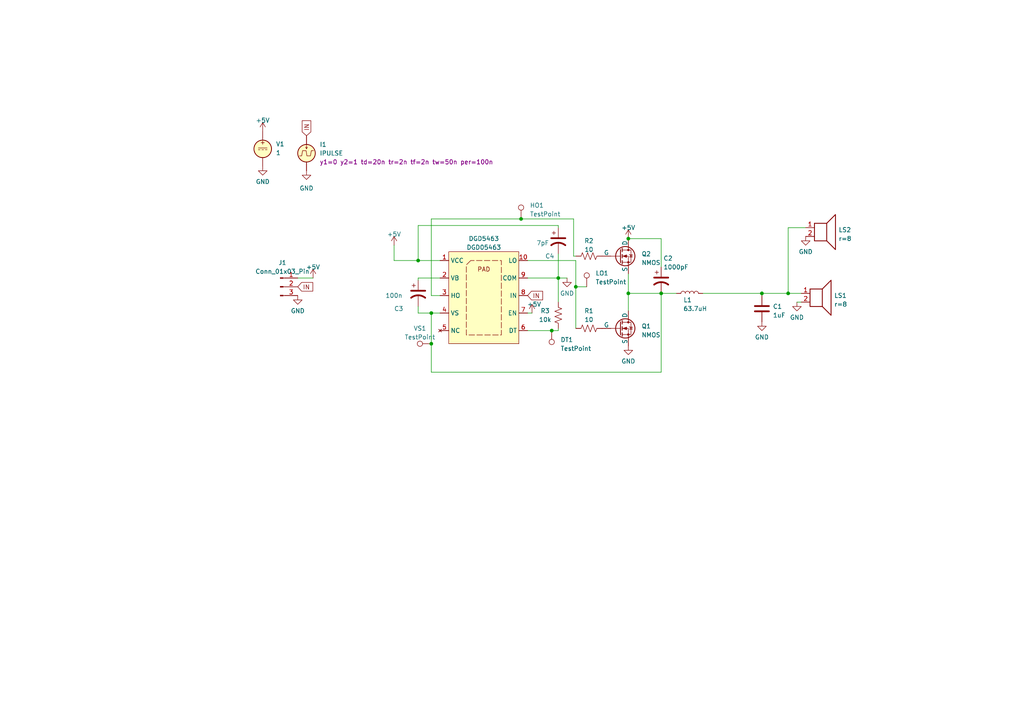
<source format=kicad_sch>
(kicad_sch
	(version 20231120)
	(generator "eeschema")
	(generator_version "8.0")
	(uuid "3eadd010-2f06-4749-802f-a83859f7a63e")
	(paper "A4")
	(lib_symbols
		(symbol "Connector:Conn_01x03_Pin"
			(pin_names
				(offset 1.016) hide)
			(exclude_from_sim no)
			(in_bom yes)
			(on_board yes)
			(property "Reference" "J"
				(at 0 5.08 0)
				(effects
					(font
						(size 1.27 1.27)
					)
				)
			)
			(property "Value" "Conn_01x03_Pin"
				(at 0 -5.08 0)
				(effects
					(font
						(size 1.27 1.27)
					)
				)
			)
			(property "Footprint" ""
				(at 0 0 0)
				(effects
					(font
						(size 1.27 1.27)
					)
					(hide yes)
				)
			)
			(property "Datasheet" "~"
				(at 0 0 0)
				(effects
					(font
						(size 1.27 1.27)
					)
					(hide yes)
				)
			)
			(property "Description" "Generic connector, single row, 01x03, script generated"
				(at 0 0 0)
				(effects
					(font
						(size 1.27 1.27)
					)
					(hide yes)
				)
			)
			(property "ki_locked" ""
				(at 0 0 0)
				(effects
					(font
						(size 1.27 1.27)
					)
				)
			)
			(property "ki_keywords" "connector"
				(at 0 0 0)
				(effects
					(font
						(size 1.27 1.27)
					)
					(hide yes)
				)
			)
			(property "ki_fp_filters" "Connector*:*_1x??_*"
				(at 0 0 0)
				(effects
					(font
						(size 1.27 1.27)
					)
					(hide yes)
				)
			)
			(symbol "Conn_01x03_Pin_1_1"
				(polyline
					(pts
						(xy 1.27 -2.54) (xy 0.8636 -2.54)
					)
					(stroke
						(width 0.1524)
						(type default)
					)
					(fill
						(type none)
					)
				)
				(polyline
					(pts
						(xy 1.27 0) (xy 0.8636 0)
					)
					(stroke
						(width 0.1524)
						(type default)
					)
					(fill
						(type none)
					)
				)
				(polyline
					(pts
						(xy 1.27 2.54) (xy 0.8636 2.54)
					)
					(stroke
						(width 0.1524)
						(type default)
					)
					(fill
						(type none)
					)
				)
				(rectangle
					(start 0.8636 -2.413)
					(end 0 -2.667)
					(stroke
						(width 0.1524)
						(type default)
					)
					(fill
						(type outline)
					)
				)
				(rectangle
					(start 0.8636 0.127)
					(end 0 -0.127)
					(stroke
						(width 0.1524)
						(type default)
					)
					(fill
						(type outline)
					)
				)
				(rectangle
					(start 0.8636 2.667)
					(end 0 2.413)
					(stroke
						(width 0.1524)
						(type default)
					)
					(fill
						(type outline)
					)
				)
				(pin passive line
					(at 5.08 2.54 180)
					(length 3.81)
					(name "Pin_1"
						(effects
							(font
								(size 1.27 1.27)
							)
						)
					)
					(number "1"
						(effects
							(font
								(size 1.27 1.27)
							)
						)
					)
				)
				(pin passive line
					(at 5.08 0 180)
					(length 3.81)
					(name "Pin_2"
						(effects
							(font
								(size 1.27 1.27)
							)
						)
					)
					(number "2"
						(effects
							(font
								(size 1.27 1.27)
							)
						)
					)
				)
				(pin passive line
					(at 5.08 -2.54 180)
					(length 3.81)
					(name "Pin_3"
						(effects
							(font
								(size 1.27 1.27)
							)
						)
					)
					(number "3"
						(effects
							(font
								(size 1.27 1.27)
							)
						)
					)
				)
			)
		)
		(symbol "Connector:TestPoint"
			(pin_numbers hide)
			(pin_names
				(offset 0.762) hide)
			(exclude_from_sim no)
			(in_bom yes)
			(on_board yes)
			(property "Reference" "TP"
				(at 0 6.858 0)
				(effects
					(font
						(size 1.27 1.27)
					)
				)
			)
			(property "Value" "TestPoint"
				(at 0 5.08 0)
				(effects
					(font
						(size 1.27 1.27)
					)
				)
			)
			(property "Footprint" ""
				(at 5.08 0 0)
				(effects
					(font
						(size 1.27 1.27)
					)
					(hide yes)
				)
			)
			(property "Datasheet" "~"
				(at 5.08 0 0)
				(effects
					(font
						(size 1.27 1.27)
					)
					(hide yes)
				)
			)
			(property "Description" "test point"
				(at 0 0 0)
				(effects
					(font
						(size 1.27 1.27)
					)
					(hide yes)
				)
			)
			(property "ki_keywords" "test point tp"
				(at 0 0 0)
				(effects
					(font
						(size 1.27 1.27)
					)
					(hide yes)
				)
			)
			(property "ki_fp_filters" "Pin* Test*"
				(at 0 0 0)
				(effects
					(font
						(size 1.27 1.27)
					)
					(hide yes)
				)
			)
			(symbol "TestPoint_0_1"
				(circle
					(center 0 3.302)
					(radius 0.762)
					(stroke
						(width 0)
						(type default)
					)
					(fill
						(type none)
					)
				)
			)
			(symbol "TestPoint_1_1"
				(pin passive line
					(at 0 0 90)
					(length 2.54)
					(name "1"
						(effects
							(font
								(size 1.27 1.27)
							)
						)
					)
					(number "1"
						(effects
							(font
								(size 1.27 1.27)
							)
						)
					)
				)
			)
		)
		(symbol "Device:C"
			(pin_numbers hide)
			(pin_names
				(offset 0.254)
			)
			(exclude_from_sim no)
			(in_bom yes)
			(on_board yes)
			(property "Reference" "C"
				(at 0.635 2.54 0)
				(effects
					(font
						(size 1.27 1.27)
					)
					(justify left)
				)
			)
			(property "Value" "C"
				(at 0.635 -2.54 0)
				(effects
					(font
						(size 1.27 1.27)
					)
					(justify left)
				)
			)
			(property "Footprint" ""
				(at 0.9652 -3.81 0)
				(effects
					(font
						(size 1.27 1.27)
					)
					(hide yes)
				)
			)
			(property "Datasheet" "~"
				(at 0 0 0)
				(effects
					(font
						(size 1.27 1.27)
					)
					(hide yes)
				)
			)
			(property "Description" "Unpolarized capacitor"
				(at 0 0 0)
				(effects
					(font
						(size 1.27 1.27)
					)
					(hide yes)
				)
			)
			(property "ki_keywords" "cap capacitor"
				(at 0 0 0)
				(effects
					(font
						(size 1.27 1.27)
					)
					(hide yes)
				)
			)
			(property "ki_fp_filters" "C_*"
				(at 0 0 0)
				(effects
					(font
						(size 1.27 1.27)
					)
					(hide yes)
				)
			)
			(symbol "C_0_1"
				(polyline
					(pts
						(xy -2.032 -0.762) (xy 2.032 -0.762)
					)
					(stroke
						(width 0.508)
						(type default)
					)
					(fill
						(type none)
					)
				)
				(polyline
					(pts
						(xy -2.032 0.762) (xy 2.032 0.762)
					)
					(stroke
						(width 0.508)
						(type default)
					)
					(fill
						(type none)
					)
				)
			)
			(symbol "C_1_1"
				(pin passive line
					(at 0 3.81 270)
					(length 2.794)
					(name "~"
						(effects
							(font
								(size 1.27 1.27)
							)
						)
					)
					(number "1"
						(effects
							(font
								(size 1.27 1.27)
							)
						)
					)
				)
				(pin passive line
					(at 0 -3.81 90)
					(length 2.794)
					(name "~"
						(effects
							(font
								(size 1.27 1.27)
							)
						)
					)
					(number "2"
						(effects
							(font
								(size 1.27 1.27)
							)
						)
					)
				)
			)
		)
		(symbol "Device:C_Polarized_US"
			(pin_numbers hide)
			(pin_names
				(offset 0.254) hide)
			(exclude_from_sim no)
			(in_bom yes)
			(on_board yes)
			(property "Reference" "C"
				(at 0.635 2.54 0)
				(effects
					(font
						(size 1.27 1.27)
					)
					(justify left)
				)
			)
			(property "Value" "C_Polarized_US"
				(at 0.635 -2.54 0)
				(effects
					(font
						(size 1.27 1.27)
					)
					(justify left)
				)
			)
			(property "Footprint" ""
				(at 0 0 0)
				(effects
					(font
						(size 1.27 1.27)
					)
					(hide yes)
				)
			)
			(property "Datasheet" "~"
				(at 0 0 0)
				(effects
					(font
						(size 1.27 1.27)
					)
					(hide yes)
				)
			)
			(property "Description" "Polarized capacitor, US symbol"
				(at 0 0 0)
				(effects
					(font
						(size 1.27 1.27)
					)
					(hide yes)
				)
			)
			(property "ki_keywords" "cap capacitor"
				(at 0 0 0)
				(effects
					(font
						(size 1.27 1.27)
					)
					(hide yes)
				)
			)
			(property "ki_fp_filters" "CP_*"
				(at 0 0 0)
				(effects
					(font
						(size 1.27 1.27)
					)
					(hide yes)
				)
			)
			(symbol "C_Polarized_US_0_1"
				(polyline
					(pts
						(xy -2.032 0.762) (xy 2.032 0.762)
					)
					(stroke
						(width 0.508)
						(type default)
					)
					(fill
						(type none)
					)
				)
				(polyline
					(pts
						(xy -1.778 2.286) (xy -0.762 2.286)
					)
					(stroke
						(width 0)
						(type default)
					)
					(fill
						(type none)
					)
				)
				(polyline
					(pts
						(xy -1.27 1.778) (xy -1.27 2.794)
					)
					(stroke
						(width 0)
						(type default)
					)
					(fill
						(type none)
					)
				)
				(arc
					(start 2.032 -1.27)
					(mid 0 -0.5572)
					(end -2.032 -1.27)
					(stroke
						(width 0.508)
						(type default)
					)
					(fill
						(type none)
					)
				)
			)
			(symbol "C_Polarized_US_1_1"
				(pin passive line
					(at 0 3.81 270)
					(length 2.794)
					(name "~"
						(effects
							(font
								(size 1.27 1.27)
							)
						)
					)
					(number "1"
						(effects
							(font
								(size 1.27 1.27)
							)
						)
					)
				)
				(pin passive line
					(at 0 -3.81 90)
					(length 3.302)
					(name "~"
						(effects
							(font
								(size 1.27 1.27)
							)
						)
					)
					(number "2"
						(effects
							(font
								(size 1.27 1.27)
							)
						)
					)
				)
			)
		)
		(symbol "Device:L"
			(pin_numbers hide)
			(pin_names
				(offset 1.016) hide)
			(exclude_from_sim no)
			(in_bom yes)
			(on_board yes)
			(property "Reference" "L"
				(at -1.27 0 90)
				(effects
					(font
						(size 1.27 1.27)
					)
				)
			)
			(property "Value" "L"
				(at 1.905 0 90)
				(effects
					(font
						(size 1.27 1.27)
					)
				)
			)
			(property "Footprint" ""
				(at 0 0 0)
				(effects
					(font
						(size 1.27 1.27)
					)
					(hide yes)
				)
			)
			(property "Datasheet" "~"
				(at 0 0 0)
				(effects
					(font
						(size 1.27 1.27)
					)
					(hide yes)
				)
			)
			(property "Description" "Inductor"
				(at 0 0 0)
				(effects
					(font
						(size 1.27 1.27)
					)
					(hide yes)
				)
			)
			(property "ki_keywords" "inductor choke coil reactor magnetic"
				(at 0 0 0)
				(effects
					(font
						(size 1.27 1.27)
					)
					(hide yes)
				)
			)
			(property "ki_fp_filters" "Choke_* *Coil* Inductor_* L_*"
				(at 0 0 0)
				(effects
					(font
						(size 1.27 1.27)
					)
					(hide yes)
				)
			)
			(symbol "L_0_1"
				(arc
					(start 0 -2.54)
					(mid 0.6323 -1.905)
					(end 0 -1.27)
					(stroke
						(width 0)
						(type default)
					)
					(fill
						(type none)
					)
				)
				(arc
					(start 0 -1.27)
					(mid 0.6323 -0.635)
					(end 0 0)
					(stroke
						(width 0)
						(type default)
					)
					(fill
						(type none)
					)
				)
				(arc
					(start 0 0)
					(mid 0.6323 0.635)
					(end 0 1.27)
					(stroke
						(width 0)
						(type default)
					)
					(fill
						(type none)
					)
				)
				(arc
					(start 0 1.27)
					(mid 0.6323 1.905)
					(end 0 2.54)
					(stroke
						(width 0)
						(type default)
					)
					(fill
						(type none)
					)
				)
			)
			(symbol "L_1_1"
				(pin passive line
					(at 0 3.81 270)
					(length 1.27)
					(name "1"
						(effects
							(font
								(size 1.27 1.27)
							)
						)
					)
					(number "1"
						(effects
							(font
								(size 1.27 1.27)
							)
						)
					)
				)
				(pin passive line
					(at 0 -3.81 90)
					(length 1.27)
					(name "2"
						(effects
							(font
								(size 1.27 1.27)
							)
						)
					)
					(number "2"
						(effects
							(font
								(size 1.27 1.27)
							)
						)
					)
				)
			)
		)
		(symbol "Device:R_US"
			(pin_numbers hide)
			(pin_names
				(offset 0)
			)
			(exclude_from_sim no)
			(in_bom yes)
			(on_board yes)
			(property "Reference" "R"
				(at 2.54 0 90)
				(effects
					(font
						(size 1.27 1.27)
					)
				)
			)
			(property "Value" "R_US"
				(at -2.54 0 90)
				(effects
					(font
						(size 1.27 1.27)
					)
				)
			)
			(property "Footprint" ""
				(at 1.016 -0.254 90)
				(effects
					(font
						(size 1.27 1.27)
					)
					(hide yes)
				)
			)
			(property "Datasheet" "~"
				(at 0 0 0)
				(effects
					(font
						(size 1.27 1.27)
					)
					(hide yes)
				)
			)
			(property "Description" "Resistor, US symbol"
				(at 0 0 0)
				(effects
					(font
						(size 1.27 1.27)
					)
					(hide yes)
				)
			)
			(property "ki_keywords" "R res resistor"
				(at 0 0 0)
				(effects
					(font
						(size 1.27 1.27)
					)
					(hide yes)
				)
			)
			(property "ki_fp_filters" "R_*"
				(at 0 0 0)
				(effects
					(font
						(size 1.27 1.27)
					)
					(hide yes)
				)
			)
			(symbol "R_US_0_1"
				(polyline
					(pts
						(xy 0 -2.286) (xy 0 -2.54)
					)
					(stroke
						(width 0)
						(type default)
					)
					(fill
						(type none)
					)
				)
				(polyline
					(pts
						(xy 0 2.286) (xy 0 2.54)
					)
					(stroke
						(width 0)
						(type default)
					)
					(fill
						(type none)
					)
				)
				(polyline
					(pts
						(xy 0 -0.762) (xy 1.016 -1.143) (xy 0 -1.524) (xy -1.016 -1.905) (xy 0 -2.286)
					)
					(stroke
						(width 0)
						(type default)
					)
					(fill
						(type none)
					)
				)
				(polyline
					(pts
						(xy 0 0.762) (xy 1.016 0.381) (xy 0 0) (xy -1.016 -0.381) (xy 0 -0.762)
					)
					(stroke
						(width 0)
						(type default)
					)
					(fill
						(type none)
					)
				)
				(polyline
					(pts
						(xy 0 2.286) (xy 1.016 1.905) (xy 0 1.524) (xy -1.016 1.143) (xy 0 0.762)
					)
					(stroke
						(width 0)
						(type default)
					)
					(fill
						(type none)
					)
				)
			)
			(symbol "R_US_1_1"
				(pin passive line
					(at 0 3.81 270)
					(length 1.27)
					(name "~"
						(effects
							(font
								(size 1.27 1.27)
							)
						)
					)
					(number "1"
						(effects
							(font
								(size 1.27 1.27)
							)
						)
					)
				)
				(pin passive line
					(at 0 -3.81 90)
					(length 1.27)
					(name "~"
						(effects
							(font
								(size 1.27 1.27)
							)
						)
					)
					(number "2"
						(effects
							(font
								(size 1.27 1.27)
							)
						)
					)
				)
			)
		)
		(symbol "Device:Speaker"
			(pin_names
				(offset 0) hide)
			(exclude_from_sim no)
			(in_bom yes)
			(on_board yes)
			(property "Reference" "LS"
				(at 1.27 5.715 0)
				(effects
					(font
						(size 1.27 1.27)
					)
					(justify right)
				)
			)
			(property "Value" "Speaker"
				(at 1.27 3.81 0)
				(effects
					(font
						(size 1.27 1.27)
					)
					(justify right)
				)
			)
			(property "Footprint" ""
				(at 0 -5.08 0)
				(effects
					(font
						(size 1.27 1.27)
					)
					(hide yes)
				)
			)
			(property "Datasheet" "~"
				(at -0.254 -1.27 0)
				(effects
					(font
						(size 1.27 1.27)
					)
					(hide yes)
				)
			)
			(property "Description" "Speaker"
				(at 0 0 0)
				(effects
					(font
						(size 1.27 1.27)
					)
					(hide yes)
				)
			)
			(property "ki_keywords" "speaker sound"
				(at 0 0 0)
				(effects
					(font
						(size 1.27 1.27)
					)
					(hide yes)
				)
			)
			(symbol "Speaker_0_0"
				(rectangle
					(start -2.54 1.27)
					(end 1.016 -3.81)
					(stroke
						(width 0.254)
						(type default)
					)
					(fill
						(type none)
					)
				)
				(polyline
					(pts
						(xy 1.016 1.27) (xy 3.556 3.81) (xy 3.556 -6.35) (xy 1.016 -3.81)
					)
					(stroke
						(width 0.254)
						(type default)
					)
					(fill
						(type none)
					)
				)
			)
			(symbol "Speaker_1_1"
				(pin input line
					(at -5.08 0 0)
					(length 2.54)
					(name "1"
						(effects
							(font
								(size 1.27 1.27)
							)
						)
					)
					(number "1"
						(effects
							(font
								(size 1.27 1.27)
							)
						)
					)
				)
				(pin input line
					(at -5.08 -2.54 0)
					(length 2.54)
					(name "2"
						(effects
							(font
								(size 1.27 1.27)
							)
						)
					)
					(number "2"
						(effects
							(font
								(size 1.27 1.27)
							)
						)
					)
				)
			)
		)
		(symbol "Driver_FET:DGD05463"
			(exclude_from_sim no)
			(in_bom yes)
			(on_board yes)
			(property "Reference" "DGD05463"
				(at 0 17.78 0)
				(effects
					(font
						(size 1.27 1.27)
					)
				)
			)
			(property "Value" "DGD05463"
				(at 0 15.24 0)
				(effects
					(font
						(size 1.27 1.27)
					)
				)
			)
			(property "Footprint" ""
				(at 0 0 0)
				(effects
					(font
						(size 1.27 1.27)
					)
					(hide yes)
				)
			)
			(property "Datasheet" ""
				(at 0 0 0)
				(effects
					(font
						(size 1.27 1.27)
					)
					(hide yes)
				)
			)
			(property "Description" ""
				(at 0 0 0)
				(effects
					(font
						(size 1.27 1.27)
					)
					(hide yes)
				)
			)
			(symbol "DGD05463_0_1"
				(rectangle
					(start -10.16 13.97)
					(end 10.16 -12.7)
					(stroke
						(width 0)
						(type default)
					)
					(fill
						(type background)
					)
				)
				(polyline
					(pts
						(xy -3.81 11.43) (xy -5.08 10.16) (xy -5.08 -10.16) (xy 5.08 -10.16) (xy 5.08 11.43) (xy -3.81 11.43)
					)
					(stroke
						(width 0)
						(type dash)
					)
					(fill
						(type none)
					)
				)
				(text "PAD"
					(at 0 8.89 0)
					(effects
						(font
							(size 1.27 1.27)
						)
					)
				)
			)
			(symbol "DGD05463_1_1"
				(pin input line
					(at -12.7 11.43 0)
					(length 2.54)
					(name "VCC"
						(effects
							(font
								(size 1.27 1.27)
							)
						)
					)
					(number "1"
						(effects
							(font
								(size 1.27 1.27)
							)
						)
					)
				)
				(pin input line
					(at 12.7 11.43 180)
					(length 2.54)
					(name "LO"
						(effects
							(font
								(size 1.27 1.27)
							)
						)
					)
					(number "10"
						(effects
							(font
								(size 1.27 1.27)
							)
						)
					)
				)
				(pin input line
					(at -12.7 6.35 0)
					(length 2.54)
					(name "VB"
						(effects
							(font
								(size 1.27 1.27)
							)
						)
					)
					(number "2"
						(effects
							(font
								(size 1.27 1.27)
							)
						)
					)
				)
				(pin input line
					(at -12.7 1.27 0)
					(length 2.54)
					(name "HO"
						(effects
							(font
								(size 1.27 1.27)
							)
						)
					)
					(number "3"
						(effects
							(font
								(size 1.27 1.27)
							)
						)
					)
				)
				(pin input line
					(at -12.7 -3.81 0)
					(length 2.54)
					(name "VS"
						(effects
							(font
								(size 1.27 1.27)
							)
						)
					)
					(number "4"
						(effects
							(font
								(size 1.27 1.27)
							)
						)
					)
				)
				(pin no_connect line
					(at -12.7 -8.89 0)
					(length 2.54)
					(name "NC"
						(effects
							(font
								(size 1.27 1.27)
							)
						)
					)
					(number "5"
						(effects
							(font
								(size 1.27 1.27)
							)
						)
					)
				)
				(pin input line
					(at 12.7 -8.89 180)
					(length 2.54)
					(name "DT"
						(effects
							(font
								(size 1.27 1.27)
							)
						)
					)
					(number "6"
						(effects
							(font
								(size 1.27 1.27)
							)
						)
					)
				)
				(pin input line
					(at 12.7 -3.81 180)
					(length 2.54)
					(name "EN"
						(effects
							(font
								(size 1.27 1.27)
							)
						)
					)
					(number "7"
						(effects
							(font
								(size 1.27 1.27)
							)
						)
					)
				)
				(pin input line
					(at 12.7 1.27 180)
					(length 2.54)
					(name "IN"
						(effects
							(font
								(size 1.27 1.27)
							)
						)
					)
					(number "8"
						(effects
							(font
								(size 1.27 1.27)
							)
						)
					)
				)
				(pin input line
					(at 12.7 6.35 180)
					(length 2.54)
					(name "COM"
						(effects
							(font
								(size 1.27 1.27)
							)
						)
					)
					(number "9"
						(effects
							(font
								(size 1.27 1.27)
							)
						)
					)
				)
			)
		)
		(symbol "Simulation_SPICE:IPULSE"
			(pin_numbers hide)
			(pin_names
				(offset 0.0254)
			)
			(exclude_from_sim no)
			(in_bom yes)
			(on_board yes)
			(property "Reference" "I"
				(at 2.54 2.54 0)
				(effects
					(font
						(size 1.27 1.27)
					)
					(justify left)
				)
			)
			(property "Value" "IPULSE"
				(at 2.54 0 0)
				(effects
					(font
						(size 1.27 1.27)
					)
					(justify left)
				)
			)
			(property "Footprint" ""
				(at 0 0 0)
				(effects
					(font
						(size 1.27 1.27)
					)
					(hide yes)
				)
			)
			(property "Datasheet" "https://ngspice.sourceforge.io/docs/ngspice-html-manual/manual.xhtml#sec_Independent_Sources_for"
				(at 0 0 0)
				(effects
					(font
						(size 1.27 1.27)
					)
					(hide yes)
				)
			)
			(property "Description" "Current source, pulse"
				(at 0 0 0)
				(effects
					(font
						(size 1.27 1.27)
					)
					(hide yes)
				)
			)
			(property "Sim.Pins" "1=+ 2=-"
				(at 0 0 0)
				(effects
					(font
						(size 1.27 1.27)
					)
					(hide yes)
				)
			)
			(property "Sim.Device" "I"
				(at 0 0 0)
				(effects
					(font
						(size 1.27 1.27)
					)
					(justify left)
					(hide yes)
				)
			)
			(property "Sim.Type" "PULSE"
				(at 0 0 0)
				(effects
					(font
						(size 1.27 1.27)
					)
					(hide yes)
				)
			)
			(property "Sim.Params" "y1=0 y2=1 td=2n tr=2n tf=2n tw=50n per=100n"
				(at 2.54 -2.54 0)
				(effects
					(font
						(size 1.27 1.27)
					)
					(justify left)
				)
			)
			(property "ki_keywords" "simulation"
				(at 0 0 0)
				(effects
					(font
						(size 1.27 1.27)
					)
					(hide yes)
				)
			)
			(symbol "IPULSE_0_0"
				(polyline
					(pts
						(xy -2.032 -0.762) (xy -1.397 -0.762) (xy -1.143 0.762) (xy -0.127 0.762) (xy 0.127 -0.762) (xy 1.143 -0.762)
						(xy 1.397 0.762) (xy 2.032 0.762)
					)
					(stroke
						(width 0)
						(type default)
					)
					(fill
						(type none)
					)
				)
			)
			(symbol "IPULSE_0_1"
				(polyline
					(pts
						(xy 0 1.27) (xy 0 2.286)
					)
					(stroke
						(width 0)
						(type default)
					)
					(fill
						(type none)
					)
				)
				(polyline
					(pts
						(xy -0.254 1.778) (xy 0 1.27) (xy 0.254 1.778)
					)
					(stroke
						(width 0)
						(type default)
					)
					(fill
						(type none)
					)
				)
				(circle
					(center 0 0)
					(radius 2.54)
					(stroke
						(width 0.254)
						(type default)
					)
					(fill
						(type background)
					)
				)
			)
			(symbol "IPULSE_1_1"
				(pin passive line
					(at 0 5.08 270)
					(length 2.54)
					(name "~"
						(effects
							(font
								(size 1.27 1.27)
							)
						)
					)
					(number "1"
						(effects
							(font
								(size 1.27 1.27)
							)
						)
					)
				)
				(pin passive line
					(at 0 -5.08 90)
					(length 2.54)
					(name "~"
						(effects
							(font
								(size 1.27 1.27)
							)
						)
					)
					(number "2"
						(effects
							(font
								(size 1.27 1.27)
							)
						)
					)
				)
			)
		)
		(symbol "Simulation_SPICE:NMOS"
			(pin_numbers hide)
			(pin_names
				(offset 0)
			)
			(exclude_from_sim no)
			(in_bom yes)
			(on_board yes)
			(property "Reference" "Q"
				(at 5.08 1.27 0)
				(effects
					(font
						(size 1.27 1.27)
					)
					(justify left)
				)
			)
			(property "Value" "NMOS"
				(at 5.08 -1.27 0)
				(effects
					(font
						(size 1.27 1.27)
					)
					(justify left)
				)
			)
			(property "Footprint" ""
				(at 5.08 2.54 0)
				(effects
					(font
						(size 1.27 1.27)
					)
					(hide yes)
				)
			)
			(property "Datasheet" "https://ngspice.sourceforge.io/docs/ngspice-manual.pdf"
				(at 0 -12.7 0)
				(effects
					(font
						(size 1.27 1.27)
					)
					(hide yes)
				)
			)
			(property "Description" "N-MOSFET transistor, drain/source/gate"
				(at 0 0 0)
				(effects
					(font
						(size 1.27 1.27)
					)
					(hide yes)
				)
			)
			(property "Sim.Device" "NMOS"
				(at 0 -17.145 0)
				(effects
					(font
						(size 1.27 1.27)
					)
					(hide yes)
				)
			)
			(property "Sim.Type" "VDMOS"
				(at 0 -19.05 0)
				(effects
					(font
						(size 1.27 1.27)
					)
					(hide yes)
				)
			)
			(property "Sim.Pins" "1=D 2=G 3=S"
				(at 0 -15.24 0)
				(effects
					(font
						(size 1.27 1.27)
					)
					(hide yes)
				)
			)
			(property "ki_keywords" "transistor NMOS N-MOS N-MOSFET simulation"
				(at 0 0 0)
				(effects
					(font
						(size 1.27 1.27)
					)
					(hide yes)
				)
			)
			(symbol "NMOS_0_1"
				(polyline
					(pts
						(xy 0.254 0) (xy -2.54 0)
					)
					(stroke
						(width 0)
						(type default)
					)
					(fill
						(type none)
					)
				)
				(polyline
					(pts
						(xy 0.254 1.905) (xy 0.254 -1.905)
					)
					(stroke
						(width 0.254)
						(type default)
					)
					(fill
						(type none)
					)
				)
				(polyline
					(pts
						(xy 0.762 -1.27) (xy 0.762 -2.286)
					)
					(stroke
						(width 0.254)
						(type default)
					)
					(fill
						(type none)
					)
				)
				(polyline
					(pts
						(xy 0.762 0.508) (xy 0.762 -0.508)
					)
					(stroke
						(width 0.254)
						(type default)
					)
					(fill
						(type none)
					)
				)
				(polyline
					(pts
						(xy 0.762 2.286) (xy 0.762 1.27)
					)
					(stroke
						(width 0.254)
						(type default)
					)
					(fill
						(type none)
					)
				)
				(polyline
					(pts
						(xy 2.54 2.54) (xy 2.54 1.778)
					)
					(stroke
						(width 0)
						(type default)
					)
					(fill
						(type none)
					)
				)
				(polyline
					(pts
						(xy 2.54 -2.54) (xy 2.54 0) (xy 0.762 0)
					)
					(stroke
						(width 0)
						(type default)
					)
					(fill
						(type none)
					)
				)
				(polyline
					(pts
						(xy 0.762 -1.778) (xy 3.302 -1.778) (xy 3.302 1.778) (xy 0.762 1.778)
					)
					(stroke
						(width 0)
						(type default)
					)
					(fill
						(type none)
					)
				)
				(polyline
					(pts
						(xy 1.016 0) (xy 2.032 0.381) (xy 2.032 -0.381) (xy 1.016 0)
					)
					(stroke
						(width 0)
						(type default)
					)
					(fill
						(type outline)
					)
				)
				(polyline
					(pts
						(xy 2.794 0.508) (xy 2.921 0.381) (xy 3.683 0.381) (xy 3.81 0.254)
					)
					(stroke
						(width 0)
						(type default)
					)
					(fill
						(type none)
					)
				)
				(polyline
					(pts
						(xy 3.302 0.381) (xy 2.921 -0.254) (xy 3.683 -0.254) (xy 3.302 0.381)
					)
					(stroke
						(width 0)
						(type default)
					)
					(fill
						(type none)
					)
				)
				(circle
					(center 1.651 0)
					(radius 2.794)
					(stroke
						(width 0.254)
						(type default)
					)
					(fill
						(type none)
					)
				)
				(circle
					(center 2.54 -1.778)
					(radius 0.254)
					(stroke
						(width 0)
						(type default)
					)
					(fill
						(type outline)
					)
				)
				(circle
					(center 2.54 1.778)
					(radius 0.254)
					(stroke
						(width 0)
						(type default)
					)
					(fill
						(type outline)
					)
				)
			)
			(symbol "NMOS_1_1"
				(pin passive line
					(at 2.54 5.08 270)
					(length 2.54)
					(name "D"
						(effects
							(font
								(size 1.27 1.27)
							)
						)
					)
					(number "1"
						(effects
							(font
								(size 1.27 1.27)
							)
						)
					)
				)
				(pin input line
					(at -5.08 0 0)
					(length 2.54)
					(name "G"
						(effects
							(font
								(size 1.27 1.27)
							)
						)
					)
					(number "2"
						(effects
							(font
								(size 1.27 1.27)
							)
						)
					)
				)
				(pin passive line
					(at 2.54 -5.08 90)
					(length 2.54)
					(name "S"
						(effects
							(font
								(size 1.27 1.27)
							)
						)
					)
					(number "3"
						(effects
							(font
								(size 1.27 1.27)
							)
						)
					)
				)
			)
		)
		(symbol "Simulation_SPICE:VDC"
			(pin_numbers hide)
			(pin_names
				(offset 0.0254)
			)
			(exclude_from_sim no)
			(in_bom yes)
			(on_board yes)
			(property "Reference" "V"
				(at 2.54 2.54 0)
				(effects
					(font
						(size 1.27 1.27)
					)
					(justify left)
				)
			)
			(property "Value" "1"
				(at 2.54 0 0)
				(effects
					(font
						(size 1.27 1.27)
					)
					(justify left)
				)
			)
			(property "Footprint" ""
				(at 0 0 0)
				(effects
					(font
						(size 1.27 1.27)
					)
					(hide yes)
				)
			)
			(property "Datasheet" "https://ngspice.sourceforge.io/docs/ngspice-html-manual/manual.xhtml#sec_Independent_Sources_for"
				(at 0 0 0)
				(effects
					(font
						(size 1.27 1.27)
					)
					(hide yes)
				)
			)
			(property "Description" "Voltage source, DC"
				(at 0 0 0)
				(effects
					(font
						(size 1.27 1.27)
					)
					(hide yes)
				)
			)
			(property "Sim.Pins" "1=+ 2=-"
				(at 0 0 0)
				(effects
					(font
						(size 1.27 1.27)
					)
					(hide yes)
				)
			)
			(property "Sim.Type" "DC"
				(at 0 0 0)
				(effects
					(font
						(size 1.27 1.27)
					)
					(hide yes)
				)
			)
			(property "Sim.Device" "V"
				(at 0 0 0)
				(effects
					(font
						(size 1.27 1.27)
					)
					(justify left)
					(hide yes)
				)
			)
			(property "ki_keywords" "simulation"
				(at 0 0 0)
				(effects
					(font
						(size 1.27 1.27)
					)
					(hide yes)
				)
			)
			(symbol "VDC_0_0"
				(polyline
					(pts
						(xy -1.27 0.254) (xy 1.27 0.254)
					)
					(stroke
						(width 0)
						(type default)
					)
					(fill
						(type none)
					)
				)
				(polyline
					(pts
						(xy -0.762 -0.254) (xy -1.27 -0.254)
					)
					(stroke
						(width 0)
						(type default)
					)
					(fill
						(type none)
					)
				)
				(polyline
					(pts
						(xy 0.254 -0.254) (xy -0.254 -0.254)
					)
					(stroke
						(width 0)
						(type default)
					)
					(fill
						(type none)
					)
				)
				(polyline
					(pts
						(xy 1.27 -0.254) (xy 0.762 -0.254)
					)
					(stroke
						(width 0)
						(type default)
					)
					(fill
						(type none)
					)
				)
				(text "+"
					(at 0 1.905 0)
					(effects
						(font
							(size 1.27 1.27)
						)
					)
				)
			)
			(symbol "VDC_0_1"
				(circle
					(center 0 0)
					(radius 2.54)
					(stroke
						(width 0.254)
						(type default)
					)
					(fill
						(type background)
					)
				)
			)
			(symbol "VDC_1_1"
				(pin passive line
					(at 0 5.08 270)
					(length 2.54)
					(name "~"
						(effects
							(font
								(size 1.27 1.27)
							)
						)
					)
					(number "1"
						(effects
							(font
								(size 1.27 1.27)
							)
						)
					)
				)
				(pin passive line
					(at 0 -5.08 90)
					(length 2.54)
					(name "~"
						(effects
							(font
								(size 1.27 1.27)
							)
						)
					)
					(number "2"
						(effects
							(font
								(size 1.27 1.27)
							)
						)
					)
				)
			)
		)
		(symbol "power:+5V"
			(power)
			(pin_names
				(offset 0)
			)
			(exclude_from_sim no)
			(in_bom yes)
			(on_board yes)
			(property "Reference" "#PWR"
				(at 0 -3.81 0)
				(effects
					(font
						(size 1.27 1.27)
					)
					(hide yes)
				)
			)
			(property "Value" "+5V"
				(at 0 3.556 0)
				(effects
					(font
						(size 1.27 1.27)
					)
				)
			)
			(property "Footprint" ""
				(at 0 0 0)
				(effects
					(font
						(size 1.27 1.27)
					)
					(hide yes)
				)
			)
			(property "Datasheet" ""
				(at 0 0 0)
				(effects
					(font
						(size 1.27 1.27)
					)
					(hide yes)
				)
			)
			(property "Description" "Power symbol creates a global label with name \"+5V\""
				(at 0 0 0)
				(effects
					(font
						(size 1.27 1.27)
					)
					(hide yes)
				)
			)
			(property "ki_keywords" "global power"
				(at 0 0 0)
				(effects
					(font
						(size 1.27 1.27)
					)
					(hide yes)
				)
			)
			(symbol "+5V_0_1"
				(polyline
					(pts
						(xy -0.762 1.27) (xy 0 2.54)
					)
					(stroke
						(width 0)
						(type default)
					)
					(fill
						(type none)
					)
				)
				(polyline
					(pts
						(xy 0 0) (xy 0 2.54)
					)
					(stroke
						(width 0)
						(type default)
					)
					(fill
						(type none)
					)
				)
				(polyline
					(pts
						(xy 0 2.54) (xy 0.762 1.27)
					)
					(stroke
						(width 0)
						(type default)
					)
					(fill
						(type none)
					)
				)
			)
			(symbol "+5V_1_1"
				(pin power_in line
					(at 0 0 90)
					(length 0) hide
					(name "+5V"
						(effects
							(font
								(size 1.27 1.27)
							)
						)
					)
					(number "1"
						(effects
							(font
								(size 1.27 1.27)
							)
						)
					)
				)
			)
		)
		(symbol "power:GND"
			(power)
			(pin_names
				(offset 0)
			)
			(exclude_from_sim no)
			(in_bom yes)
			(on_board yes)
			(property "Reference" "#PWR"
				(at 0 -6.35 0)
				(effects
					(font
						(size 1.27 1.27)
					)
					(hide yes)
				)
			)
			(property "Value" "GND"
				(at 0 -3.81 0)
				(effects
					(font
						(size 1.27 1.27)
					)
				)
			)
			(property "Footprint" ""
				(at 0 0 0)
				(effects
					(font
						(size 1.27 1.27)
					)
					(hide yes)
				)
			)
			(property "Datasheet" ""
				(at 0 0 0)
				(effects
					(font
						(size 1.27 1.27)
					)
					(hide yes)
				)
			)
			(property "Description" "Power symbol creates a global label with name \"GND\" , ground"
				(at 0 0 0)
				(effects
					(font
						(size 1.27 1.27)
					)
					(hide yes)
				)
			)
			(property "ki_keywords" "global power"
				(at 0 0 0)
				(effects
					(font
						(size 1.27 1.27)
					)
					(hide yes)
				)
			)
			(symbol "GND_0_1"
				(polyline
					(pts
						(xy 0 0) (xy 0 -1.27) (xy 1.27 -1.27) (xy 0 -2.54) (xy -1.27 -1.27) (xy 0 -1.27)
					)
					(stroke
						(width 0)
						(type default)
					)
					(fill
						(type none)
					)
				)
			)
			(symbol "GND_1_1"
				(pin power_in line
					(at 0 0 270)
					(length 0) hide
					(name "GND"
						(effects
							(font
								(size 1.27 1.27)
							)
						)
					)
					(number "1"
						(effects
							(font
								(size 1.27 1.27)
							)
						)
					)
				)
			)
		)
	)
	(junction
		(at 167.005 83.185)
		(diameter 0)
		(color 0 0 0 0)
		(uuid "12770f39-2eff-4258-85c1-67fcc4fc2773")
	)
	(junction
		(at 125.095 90.805)
		(diameter 0)
		(color 0 0 0 0)
		(uuid "39e12384-fd87-4ca3-9c6f-7db31195ba1a")
	)
	(junction
		(at 182.245 69.215)
		(diameter 0)
		(color 0 0 0 0)
		(uuid "44eefad5-6581-4ebc-a39b-cc377d5f95d2")
	)
	(junction
		(at 220.98 85.09)
		(diameter 0)
		(color 0 0 0 0)
		(uuid "47bfa4b6-82af-47ed-a682-2aa619a781d2")
	)
	(junction
		(at 182.245 85.09)
		(diameter 0)
		(color 0 0 0 0)
		(uuid "56ae2568-bc94-4961-9086-19a2d7f4c5a0")
	)
	(junction
		(at 160.02 95.885)
		(diameter 0)
		(color 0 0 0 0)
		(uuid "5b46840a-5bf8-4d51-ab4a-fd40f50ed4fd")
	)
	(junction
		(at 161.925 80.645)
		(diameter 0)
		(color 0 0 0 0)
		(uuid "5d6447d1-ccdb-4245-9bcf-4a35512cbb1b")
	)
	(junction
		(at 191.77 85.09)
		(diameter 0)
		(color 0 0 0 0)
		(uuid "83227df1-e61c-4879-8f31-3558b3b2fe6a")
	)
	(junction
		(at 125.095 99.695)
		(diameter 0)
		(color 0 0 0 0)
		(uuid "88e40950-0784-4982-a879-9da7ed906931")
	)
	(junction
		(at 151.13 63.5)
		(diameter 0)
		(color 0 0 0 0)
		(uuid "98f13dd6-2c1b-499f-9462-9cd5001519d8")
	)
	(junction
		(at 121.285 75.565)
		(diameter 0)
		(color 0 0 0 0)
		(uuid "ac373d50-ff9b-4eec-9110-9aa133b50ce8")
	)
	(junction
		(at 228.6 85.09)
		(diameter 0)
		(color 0 0 0 0)
		(uuid "e7275a8e-a9e3-414f-b936-792545b15ae4")
	)
	(wire
		(pts
			(xy 125.095 63.5) (xy 151.13 63.5)
		)
		(stroke
			(width 0)
			(type default)
		)
		(uuid "04d3d1b1-6909-43a9-8185-61f2ca69f866")
	)
	(wire
		(pts
			(xy 220.98 85.09) (xy 228.6 85.09)
		)
		(stroke
			(width 0)
			(type default)
		)
		(uuid "1b25c8b2-9c75-478e-8414-bf8e3e71de6c")
	)
	(wire
		(pts
			(xy 196.215 85.09) (xy 191.77 85.09)
		)
		(stroke
			(width 0)
			(type default)
		)
		(uuid "20f8858e-78b5-4364-80ec-265f883e1d85")
	)
	(wire
		(pts
			(xy 166.37 63.5) (xy 166.37 74.295)
		)
		(stroke
			(width 0)
			(type default)
		)
		(uuid "219a47f3-778f-4fdc-a8bc-ab38c4b14037")
	)
	(wire
		(pts
			(xy 228.6 85.09) (xy 232.41 85.09)
		)
		(stroke
			(width 0)
			(type default)
		)
		(uuid "23270679-3d6b-4eef-97db-dac0bc8dd4a6")
	)
	(wire
		(pts
			(xy 127.635 80.645) (xy 121.285 80.645)
		)
		(stroke
			(width 0)
			(type default)
		)
		(uuid "23e78073-08ef-45c2-8b66-fb394ed9112c")
	)
	(wire
		(pts
			(xy 153.035 80.645) (xy 161.925 80.645)
		)
		(stroke
			(width 0)
			(type default)
		)
		(uuid "260a5fa5-72fa-4585-9b4d-519d7d9379ab")
	)
	(wire
		(pts
			(xy 90.805 80.645) (xy 86.36 80.645)
		)
		(stroke
			(width 0)
			(type default)
		)
		(uuid "28d6a47b-43ad-4d07-962c-677a42f4a066")
	)
	(wire
		(pts
			(xy 166.37 74.295) (xy 167.005 74.295)
		)
		(stroke
			(width 0)
			(type default)
		)
		(uuid "292ce004-f416-4a00-9306-c83dfa844eb6")
	)
	(wire
		(pts
			(xy 191.77 107.95) (xy 191.77 85.09)
		)
		(stroke
			(width 0)
			(type default)
		)
		(uuid "30c43479-6757-49c4-b278-453ba111fed0")
	)
	(wire
		(pts
			(xy 228.6 66.04) (xy 228.6 85.09)
		)
		(stroke
			(width 0)
			(type default)
		)
		(uuid "4033a7ae-55ae-4723-af85-0ddd68facda4")
	)
	(wire
		(pts
			(xy 121.285 75.565) (xy 127.635 75.565)
		)
		(stroke
			(width 0)
			(type default)
		)
		(uuid "44501fdf-ad9a-4c26-a246-c427a9fbec46")
	)
	(wire
		(pts
			(xy 191.77 85.09) (xy 182.245 85.09)
		)
		(stroke
			(width 0)
			(type default)
		)
		(uuid "53eaff31-4820-4a87-8997-61dc066ac744")
	)
	(wire
		(pts
			(xy 167.005 75.565) (xy 167.005 83.185)
		)
		(stroke
			(width 0)
			(type default)
		)
		(uuid "60b57dfb-c726-429f-b4e9-7b691a120ddd")
	)
	(wire
		(pts
			(xy 114.3 75.565) (xy 121.285 75.565)
		)
		(stroke
			(width 0)
			(type default)
		)
		(uuid "61298860-784b-4596-9093-be9c40409e6f")
	)
	(wire
		(pts
			(xy 161.925 73.66) (xy 161.925 80.645)
		)
		(stroke
			(width 0)
			(type default)
		)
		(uuid "62a1a515-312c-4e95-8682-173f27919e5f")
	)
	(wire
		(pts
			(xy 182.245 79.375) (xy 182.245 85.09)
		)
		(stroke
			(width 0)
			(type default)
		)
		(uuid "657e5487-4713-4c26-9779-0c1796b67bfa")
	)
	(wire
		(pts
			(xy 160.02 95.885) (xy 161.925 95.885)
		)
		(stroke
			(width 0)
			(type default)
		)
		(uuid "6f5fc42a-a4ff-412e-b46b-fc59885e738c")
	)
	(wire
		(pts
			(xy 182.245 85.09) (xy 182.245 90.17)
		)
		(stroke
			(width 0)
			(type default)
		)
		(uuid "6f874757-849c-47f4-b90a-cceeb5a41b01")
	)
	(wire
		(pts
			(xy 231.14 87.63) (xy 232.41 87.63)
		)
		(stroke
			(width 0)
			(type default)
		)
		(uuid "7593685c-e8b9-4768-8b4b-f8da8ad91098")
	)
	(wire
		(pts
			(xy 125.095 90.805) (xy 125.095 99.695)
		)
		(stroke
			(width 0)
			(type default)
		)
		(uuid "7a048495-febe-481f-9c51-caa9e1eefe2c")
	)
	(wire
		(pts
			(xy 127.635 85.725) (xy 125.095 85.725)
		)
		(stroke
			(width 0)
			(type default)
		)
		(uuid "92c76568-e99f-4b02-85bf-c21d94875ac3")
	)
	(wire
		(pts
			(xy 203.835 85.09) (xy 220.98 85.09)
		)
		(stroke
			(width 0)
			(type default)
		)
		(uuid "9505ac17-e18d-40eb-9f16-5c5ee3a9775c")
	)
	(wire
		(pts
			(xy 121.285 80.645) (xy 121.285 81.28)
		)
		(stroke
			(width 0)
			(type default)
		)
		(uuid "95fc5301-1e44-4ac2-a437-e056f26d0090")
	)
	(wire
		(pts
			(xy 191.77 69.215) (xy 182.245 69.215)
		)
		(stroke
			(width 0)
			(type default)
		)
		(uuid "9691c382-40b2-4d6e-a92c-8d6db9d88947")
	)
	(wire
		(pts
			(xy 161.925 65.405) (xy 121.285 65.405)
		)
		(stroke
			(width 0)
			(type default)
		)
		(uuid "96d6f889-aa93-439b-bd73-02a2878746bd")
	)
	(wire
		(pts
			(xy 233.68 66.04) (xy 228.6 66.04)
		)
		(stroke
			(width 0)
			(type default)
		)
		(uuid "a0ef6432-6406-428b-a753-254d70a5ee6a")
	)
	(wire
		(pts
			(xy 121.285 88.9) (xy 121.285 90.805)
		)
		(stroke
			(width 0)
			(type default)
		)
		(uuid "a68087fd-c59f-4198-9c7b-3b47ce52f67a")
	)
	(wire
		(pts
			(xy 161.925 95.885) (xy 161.925 95.25)
		)
		(stroke
			(width 0)
			(type default)
		)
		(uuid "a9be3be7-f1b1-49d2-87dc-e5f22a256796")
	)
	(wire
		(pts
			(xy 170.18 83.185) (xy 167.005 83.185)
		)
		(stroke
			(width 0)
			(type default)
		)
		(uuid "b0fd61a1-8001-47f9-82d0-f084e14b2fda")
	)
	(wire
		(pts
			(xy 164.465 80.645) (xy 161.925 80.645)
		)
		(stroke
			(width 0)
			(type default)
		)
		(uuid "b1d102a3-0a9e-4037-ab7f-6ec483d2359e")
	)
	(wire
		(pts
			(xy 220.98 85.725) (xy 220.98 85.09)
		)
		(stroke
			(width 0)
			(type default)
		)
		(uuid "b44c75fc-41e0-47e6-9727-9cebd00be4c2")
	)
	(wire
		(pts
			(xy 154.305 90.805) (xy 153.035 90.805)
		)
		(stroke
			(width 0)
			(type default)
		)
		(uuid "b5fc7180-b234-45ec-824e-650ce3bbd93e")
	)
	(wire
		(pts
			(xy 125.095 107.95) (xy 191.77 107.95)
		)
		(stroke
			(width 0)
			(type default)
		)
		(uuid "b9b1baff-1d84-4906-b92f-0848593f8032")
	)
	(wire
		(pts
			(xy 121.285 90.805) (xy 125.095 90.805)
		)
		(stroke
			(width 0)
			(type default)
		)
		(uuid "bcf47308-b9f5-461b-9eaa-7d915eda3532")
	)
	(wire
		(pts
			(xy 125.095 85.725) (xy 125.095 63.5)
		)
		(stroke
			(width 0)
			(type default)
		)
		(uuid "c0776643-0ce8-44f2-a698-86a72d02e33f")
	)
	(wire
		(pts
			(xy 151.13 63.5) (xy 166.37 63.5)
		)
		(stroke
			(width 0)
			(type default)
		)
		(uuid "c3317e4e-5abb-4b0e-aa62-56c66a95373a")
	)
	(wire
		(pts
			(xy 153.035 95.885) (xy 160.02 95.885)
		)
		(stroke
			(width 0)
			(type default)
		)
		(uuid "c6adb6b5-7af6-46a9-8988-37c8420c5171")
	)
	(wire
		(pts
			(xy 125.095 99.695) (xy 125.095 107.95)
		)
		(stroke
			(width 0)
			(type default)
		)
		(uuid "cb2c14ad-1fe7-4a9f-9b1b-4f002df7daca")
	)
	(wire
		(pts
			(xy 127.635 90.805) (xy 125.095 90.805)
		)
		(stroke
			(width 0)
			(type default)
		)
		(uuid "d053a68e-4ae1-4303-a980-43118f791faa")
	)
	(wire
		(pts
			(xy 121.285 65.405) (xy 121.285 75.565)
		)
		(stroke
			(width 0)
			(type default)
		)
		(uuid "d0b08d27-8759-4a2b-abb5-1951b17adf4a")
	)
	(wire
		(pts
			(xy 191.77 77.47) (xy 191.77 69.215)
		)
		(stroke
			(width 0)
			(type default)
		)
		(uuid "d6065759-180d-427e-a185-8d3116475740")
	)
	(wire
		(pts
			(xy 161.925 80.645) (xy 161.925 87.63)
		)
		(stroke
			(width 0)
			(type default)
		)
		(uuid "db5ed80b-e22d-467d-b630-4521b5b97baa")
	)
	(wire
		(pts
			(xy 161.925 66.04) (xy 161.925 65.405)
		)
		(stroke
			(width 0)
			(type default)
		)
		(uuid "e95c4a75-7055-49ab-b5f2-d2af22e81681")
	)
	(wire
		(pts
			(xy 114.3 71.12) (xy 114.3 75.565)
		)
		(stroke
			(width 0)
			(type default)
		)
		(uuid "f2e5b9f5-dfab-40b3-b38e-e31e5df55086")
	)
	(wire
		(pts
			(xy 167.005 83.185) (xy 167.005 95.25)
		)
		(stroke
			(width 0)
			(type default)
		)
		(uuid "f4c4d3db-a43e-4eb2-aaf2-0ac9821a2e7f")
	)
	(wire
		(pts
			(xy 153.035 75.565) (xy 167.005 75.565)
		)
		(stroke
			(width 0)
			(type default)
		)
		(uuid "f5ca833a-1e34-4985-ab16-5c633152af4c")
	)
	(global_label "IN"
		(shape input)
		(at 88.9 39.37 90)
		(fields_autoplaced yes)
		(effects
			(font
				(size 1.27 1.27)
			)
			(justify left)
		)
		(uuid "1387965e-dc93-49a4-9bfd-48e771fb0c9f")
		(property "Intersheetrefs" "${INTERSHEET_REFS}"
			(at 88.9 34.4495 90)
			(effects
				(font
					(size 1.27 1.27)
				)
				(justify left)
				(hide yes)
			)
		)
	)
	(global_label "IN"
		(shape input)
		(at 86.36 83.185 0)
		(fields_autoplaced yes)
		(effects
			(font
				(size 1.27 1.27)
			)
			(justify left)
		)
		(uuid "2fbfb0ae-f187-48ef-a9f4-284a2882b365")
		(property "Intersheetrefs" "${INTERSHEET_REFS}"
			(at 91.2011 83.185 0)
			(effects
				(font
					(size 1.27 1.27)
				)
				(justify left)
				(hide yes)
			)
		)
	)
	(global_label "IN"
		(shape input)
		(at 153.035 85.725 0)
		(fields_autoplaced yes)
		(effects
			(font
				(size 1.27 1.27)
			)
			(justify left)
		)
		(uuid "548c274b-71e7-4a52-942d-712e9a84b202")
		(property "Intersheetrefs" "${INTERSHEET_REFS}"
			(at 157.8761 85.725 0)
			(effects
				(font
					(size 1.27 1.27)
				)
				(justify left)
				(hide yes)
			)
		)
	)
	(symbol
		(lib_id "power:+5V")
		(at 76.2 38.1 0)
		(unit 1)
		(exclude_from_sim no)
		(in_bom yes)
		(on_board yes)
		(dnp no)
		(fields_autoplaced yes)
		(uuid "012861ba-c2b7-431c-a70b-c92e59c452f6")
		(property "Reference" "#PWR011"
			(at 76.2 41.91 0)
			(effects
				(font
					(size 1.27 1.27)
				)
				(hide yes)
			)
		)
		(property "Value" "+5V"
			(at 76.2 34.925 0)
			(effects
				(font
					(size 1.27 1.27)
				)
			)
		)
		(property "Footprint" ""
			(at 76.2 38.1 0)
			(effects
				(font
					(size 1.27 1.27)
				)
				(hide yes)
			)
		)
		(property "Datasheet" ""
			(at 76.2 38.1 0)
			(effects
				(font
					(size 1.27 1.27)
				)
				(hide yes)
			)
		)
		(property "Description" ""
			(at 76.2 38.1 0)
			(effects
				(font
					(size 1.27 1.27)
				)
				(hide yes)
			)
		)
		(pin "1"
			(uuid "aaefb0ce-1808-4a05-9a9e-20d4c9bf9455")
		)
		(instances
			(project "alexproject"
				(path "/3eadd010-2f06-4749-802f-a83859f7a63e"
					(reference "#PWR011")
					(unit 1)
				)
			)
		)
	)
	(symbol
		(lib_id "Driver_FET:DGD05463")
		(at 140.335 86.995 0)
		(unit 1)
		(exclude_from_sim no)
		(in_bom yes)
		(on_board yes)
		(dnp no)
		(fields_autoplaced yes)
		(uuid "0973858e-bb4b-4d44-aae6-396a7a55a35e")
		(property "Reference" "DGD5463"
			(at 140.335 69.215 0)
			(effects
				(font
					(size 1.27 1.27)
				)
			)
		)
		(property "Value" "DGD05463"
			(at 140.335 71.755 0)
			(effects
				(font
					(size 1.27 1.27)
				)
			)
		)
		(property "Footprint" "Package_DFN_QFN:WDFN-10-1EP_3x3mm_P0.5mm_EP1.8x2.5mm"
			(at 140.335 86.995 0)
			(effects
				(font
					(size 1.27 1.27)
				)
				(hide yes)
			)
		)
		(property "Datasheet" ""
			(at 140.335 86.995 0)
			(effects
				(font
					(size 1.27 1.27)
				)
				(hide yes)
			)
		)
		(property "Description" ""
			(at 140.335 86.995 0)
			(effects
				(font
					(size 1.27 1.27)
				)
				(hide yes)
			)
		)
		(property "Sim.Library" "DGD05473.spice.lib"
			(at 140.335 86.995 0)
			(effects
				(font
					(size 1.27 1.27)
				)
				(hide yes)
			)
		)
		(property "Sim.Name" "dgd05473"
			(at 140.335 86.995 0)
			(effects
				(font
					(size 1.27 1.27)
				)
				(hide yes)
			)
		)
		(property "Sim.Device" "SUBCKT"
			(at 140.335 86.995 0)
			(effects
				(font
					(size 1.27 1.27)
				)
				(hide yes)
			)
		)
		(property "Sim.Pins" "1=VCC 2=NC 3=VB 4=HO 5=VS 6=EN 7=HIN 8=LIN 9=COM 10=LO"
			(at 140.335 86.995 0)
			(effects
				(font
					(size 1.27 1.27)
				)
				(hide yes)
			)
		)
		(pin "1"
			(uuid "e907f6d4-4b97-4cf2-9336-ab5417e9337a")
		)
		(pin "10"
			(uuid "7ee586da-4d66-48e0-ab02-fbc8d215d2e0")
		)
		(pin "2"
			(uuid "ef9e0cb4-d84c-491d-9fd9-c3c84b8dff30")
		)
		(pin "3"
			(uuid "d560fcf0-3a17-4dad-a946-f19c13085a2e")
		)
		(pin "4"
			(uuid "9e9dfe8e-3bde-413e-807f-e2d48d43d17f")
		)
		(pin "5"
			(uuid "396fce10-c4e7-4331-867a-e998fe050d96")
		)
		(pin "6"
			(uuid "59a7824d-74af-4a18-8628-8501e8068bd8")
		)
		(pin "7"
			(uuid "b7f3e66a-bf29-4c08-9448-57554f5d4833")
		)
		(pin "8"
			(uuid "f5285dc2-e5ae-4110-9481-b65d9f7c8deb")
		)
		(pin "9"
			(uuid "9fb1489e-2322-40c2-a221-bfae9157e246")
		)
		(instances
			(project "alexproject"
				(path "/3eadd010-2f06-4749-802f-a83859f7a63e"
					(reference "DGD5463")
					(unit 1)
				)
			)
		)
	)
	(symbol
		(lib_id "power:+5V")
		(at 114.3 71.12 0)
		(unit 1)
		(exclude_from_sim no)
		(in_bom yes)
		(on_board yes)
		(dnp no)
		(fields_autoplaced yes)
		(uuid "0e1ba69b-133a-4f2d-a596-677311b21bff")
		(property "Reference" "#PWR05"
			(at 114.3 74.93 0)
			(effects
				(font
					(size 1.27 1.27)
				)
				(hide yes)
			)
		)
		(property "Value" "+5V"
			(at 114.3 67.945 0)
			(effects
				(font
					(size 1.27 1.27)
				)
			)
		)
		(property "Footprint" ""
			(at 114.3 71.12 0)
			(effects
				(font
					(size 1.27 1.27)
				)
				(hide yes)
			)
		)
		(property "Datasheet" ""
			(at 114.3 71.12 0)
			(effects
				(font
					(size 1.27 1.27)
				)
				(hide yes)
			)
		)
		(property "Description" ""
			(at 114.3 71.12 0)
			(effects
				(font
					(size 1.27 1.27)
				)
				(hide yes)
			)
		)
		(pin "1"
			(uuid "7caa52e6-4f7d-4935-8e3a-c7fd378ca293")
		)
		(instances
			(project "alexproject"
				(path "/3eadd010-2f06-4749-802f-a83859f7a63e"
					(reference "#PWR05")
					(unit 1)
				)
			)
		)
	)
	(symbol
		(lib_id "Device:R_US")
		(at 170.815 74.295 270)
		(unit 1)
		(exclude_from_sim no)
		(in_bom yes)
		(on_board yes)
		(dnp no)
		(fields_autoplaced yes)
		(uuid "105b2176-7de1-4318-b1fa-43fc907f5001")
		(property "Reference" "R2"
			(at 170.815 69.85 90)
			(effects
				(font
					(size 1.27 1.27)
				)
			)
		)
		(property "Value" "10"
			(at 170.815 72.39 90)
			(effects
				(font
					(size 1.27 1.27)
				)
			)
		)
		(property "Footprint" "Resistor_SMD:R_0603_1608Metric"
			(at 170.561 75.311 90)
			(effects
				(font
					(size 1.27 1.27)
				)
				(hide yes)
			)
		)
		(property "Datasheet" "~"
			(at 170.815 74.295 0)
			(effects
				(font
					(size 1.27 1.27)
				)
				(hide yes)
			)
		)
		(property "Description" ""
			(at 170.815 74.295 0)
			(effects
				(font
					(size 1.27 1.27)
				)
				(hide yes)
			)
		)
		(pin "1"
			(uuid "ed047844-2088-42ac-a61b-dcb6ea529f4d")
		)
		(pin "2"
			(uuid "d6921728-65aa-4510-96af-b088fae6f098")
		)
		(instances
			(project "alexproject"
				(path "/3eadd010-2f06-4749-802f-a83859f7a63e"
					(reference "R2")
					(unit 1)
				)
			)
		)
	)
	(symbol
		(lib_id "power:+5V")
		(at 90.805 80.645 0)
		(unit 1)
		(exclude_from_sim yes)
		(in_bom yes)
		(on_board yes)
		(dnp no)
		(fields_autoplaced yes)
		(uuid "1373cf2b-6341-4d8f-9d08-96185b091f7d")
		(property "Reference" "#PWR09"
			(at 90.805 84.455 0)
			(effects
				(font
					(size 1.27 1.27)
				)
				(hide yes)
			)
		)
		(property "Value" "+5V"
			(at 90.805 77.47 0)
			(effects
				(font
					(size 1.27 1.27)
				)
			)
		)
		(property "Footprint" ""
			(at 90.805 80.645 0)
			(effects
				(font
					(size 1.27 1.27)
				)
				(hide yes)
			)
		)
		(property "Datasheet" ""
			(at 90.805 80.645 0)
			(effects
				(font
					(size 1.27 1.27)
				)
				(hide yes)
			)
		)
		(property "Description" ""
			(at 90.805 80.645 0)
			(effects
				(font
					(size 1.27 1.27)
				)
				(hide yes)
			)
		)
		(pin "1"
			(uuid "48ff6bb2-b593-4531-a0e5-8d74ea09c8dd")
		)
		(instances
			(project "alexproject"
				(path "/3eadd010-2f06-4749-802f-a83859f7a63e"
					(reference "#PWR09")
					(unit 1)
				)
			)
		)
	)
	(symbol
		(lib_id "Connector:Conn_01x03_Pin")
		(at 81.28 83.185 0)
		(unit 1)
		(exclude_from_sim yes)
		(in_bom yes)
		(on_board yes)
		(dnp no)
		(fields_autoplaced yes)
		(uuid "1c3095a1-4c41-4928-8302-9a70309ba73f")
		(property "Reference" "J1"
			(at 81.915 76.2 0)
			(effects
				(font
					(size 1.27 1.27)
				)
			)
		)
		(property "Value" "Conn_01x03_Pin"
			(at 81.915 78.74 0)
			(effects
				(font
					(size 1.27 1.27)
				)
			)
		)
		(property "Footprint" "Connector_JST:JST_EH_B3B-EH-A_1x03_P2.50mm_Vertical"
			(at 81.28 83.185 0)
			(effects
				(font
					(size 1.27 1.27)
				)
				(hide yes)
			)
		)
		(property "Datasheet" "~"
			(at 81.28 83.185 0)
			(effects
				(font
					(size 1.27 1.27)
				)
				(hide yes)
			)
		)
		(property "Description" ""
			(at 81.28 83.185 0)
			(effects
				(font
					(size 1.27 1.27)
				)
				(hide yes)
			)
		)
		(pin "1"
			(uuid "eabbc752-25bc-4427-90ae-f4519589ea76")
		)
		(pin "2"
			(uuid "6913ea57-fec3-486d-b55f-14d3aa972c9c")
		)
		(pin "3"
			(uuid "e93d3a12-a30f-4ee9-ab44-f0548e540182")
		)
		(instances
			(project "alexproject"
				(path "/3eadd010-2f06-4749-802f-a83859f7a63e"
					(reference "J1")
					(unit 1)
				)
			)
		)
	)
	(symbol
		(lib_id "Device:C")
		(at 220.98 89.535 0)
		(unit 1)
		(exclude_from_sim no)
		(in_bom yes)
		(on_board yes)
		(dnp no)
		(fields_autoplaced yes)
		(uuid "2600c4dd-d106-47ed-bc4a-1e02e1468ceb")
		(property "Reference" "C1"
			(at 224.155 88.9 0)
			(effects
				(font
					(size 1.27 1.27)
				)
				(justify left)
			)
		)
		(property "Value" "1uF"
			(at 224.155 91.44 0)
			(effects
				(font
					(size 1.27 1.27)
				)
				(justify left)
			)
		)
		(property "Footprint" "Capacitor_SMD:C_0805_2012Metric"
			(at 221.9452 93.345 0)
			(effects
				(font
					(size 1.27 1.27)
				)
				(hide yes)
			)
		)
		(property "Datasheet" "~"
			(at 220.98 89.535 0)
			(effects
				(font
					(size 1.27 1.27)
				)
				(hide yes)
			)
		)
		(property "Description" ""
			(at 220.98 89.535 0)
			(effects
				(font
					(size 1.27 1.27)
				)
				(hide yes)
			)
		)
		(pin "1"
			(uuid "8ade35a7-85bf-4fa2-8c46-f5690cf2babc")
		)
		(pin "2"
			(uuid "365fcf5a-21cf-434c-b686-8c32f95ce3c8")
		)
		(instances
			(project "alexproject"
				(path "/3eadd010-2f06-4749-802f-a83859f7a63e"
					(reference "C1")
					(unit 1)
				)
			)
		)
	)
	(symbol
		(lib_id "power:+5V")
		(at 154.305 90.805 0)
		(unit 1)
		(exclude_from_sim no)
		(in_bom yes)
		(on_board yes)
		(dnp no)
		(uuid "35213859-8386-4dfb-b6a8-04ffaa0f1931")
		(property "Reference" "#PWR06"
			(at 154.305 94.615 0)
			(effects
				(font
					(size 1.27 1.27)
				)
				(hide yes)
			)
		)
		(property "Value" "+5V"
			(at 154.94 88.265 0)
			(effects
				(font
					(size 1.27 1.27)
				)
			)
		)
		(property "Footprint" ""
			(at 154.305 90.805 0)
			(effects
				(font
					(size 1.27 1.27)
				)
				(hide yes)
			)
		)
		(property "Datasheet" ""
			(at 154.305 90.805 0)
			(effects
				(font
					(size 1.27 1.27)
				)
				(hide yes)
			)
		)
		(property "Description" ""
			(at 154.305 90.805 0)
			(effects
				(font
					(size 1.27 1.27)
				)
				(hide yes)
			)
		)
		(pin "1"
			(uuid "1537bd58-d3b0-4280-a71a-0a6ce2f06299")
		)
		(instances
			(project "alexproject"
				(path "/3eadd010-2f06-4749-802f-a83859f7a63e"
					(reference "#PWR06")
					(unit 1)
				)
			)
		)
	)
	(symbol
		(lib_id "Simulation_SPICE:IPULSE")
		(at 88.9 44.45 0)
		(unit 1)
		(exclude_from_sim no)
		(in_bom yes)
		(on_board yes)
		(dnp no)
		(fields_autoplaced yes)
		(uuid "37adc995-f436-464f-9e26-63cf30312c84")
		(property "Reference" "I1"
			(at 92.71 41.9099 0)
			(effects
				(font
					(size 1.27 1.27)
				)
				(justify left)
			)
		)
		(property "Value" "IPULSE"
			(at 92.71 44.4499 0)
			(effects
				(font
					(size 1.27 1.27)
				)
				(justify left)
			)
		)
		(property "Footprint" ""
			(at 88.9 44.45 0)
			(effects
				(font
					(size 1.27 1.27)
				)
				(hide yes)
			)
		)
		(property "Datasheet" "https://ngspice.sourceforge.io/docs/ngspice-html-manual/manual.xhtml#sec_Independent_Sources_for"
			(at 88.9 44.45 0)
			(effects
				(font
					(size 1.27 1.27)
				)
				(hide yes)
			)
		)
		(property "Description" "Current source, pulse"
			(at 88.9 44.45 0)
			(effects
				(font
					(size 1.27 1.27)
				)
				(hide yes)
			)
		)
		(property "Sim.Pins" "1=+ 2=-"
			(at 88.9 44.45 0)
			(effects
				(font
					(size 1.27 1.27)
				)
				(hide yes)
			)
		)
		(property "Sim.Device" "I"
			(at 88.9 44.45 0)
			(effects
				(font
					(size 1.27 1.27)
				)
				(justify left)
				(hide yes)
			)
		)
		(property "Sim.Type" "PULSE"
			(at 88.9 44.45 0)
			(effects
				(font
					(size 1.27 1.27)
				)
				(hide yes)
			)
		)
		(property "Sim.Params" "y1=0 y2=1 td=20n tr=2n tf=2n tw=50n per=100n"
			(at 92.71 46.9899 0)
			(effects
				(font
					(size 1.27 1.27)
				)
				(justify left)
			)
		)
		(pin "1"
			(uuid "423e138c-74be-4918-bae5-661a21e02955")
		)
		(pin "2"
			(uuid "98137b0e-794e-4bf0-b837-08e73026c9c2")
		)
		(instances
			(project "alexproject"
				(path "/3eadd010-2f06-4749-802f-a83859f7a63e"
					(reference "I1")
					(unit 1)
				)
			)
		)
	)
	(symbol
		(lib_id "Device:C_Polarized_US")
		(at 191.77 81.28 0)
		(unit 1)
		(exclude_from_sim no)
		(in_bom yes)
		(on_board yes)
		(dnp no)
		(uuid "3c44e39c-3ee2-4521-aef9-4e5b99b6da0a")
		(property "Reference" "C2"
			(at 192.405 74.93 0)
			(effects
				(font
					(size 1.27 1.27)
				)
				(justify left)
			)
		)
		(property "Value" "1000pF"
			(at 192.405 77.47 0)
			(effects
				(font
					(size 1.27 1.27)
				)
				(justify left)
			)
		)
		(property "Footprint" "Capacitor_SMD:C_0603_1608Metric"
			(at 191.77 81.28 0)
			(effects
				(font
					(size 1.27 1.27)
				)
				(hide yes)
			)
		)
		(property "Datasheet" "~"
			(at 191.77 81.28 0)
			(effects
				(font
					(size 1.27 1.27)
				)
				(hide yes)
			)
		)
		(property "Description" ""
			(at 191.77 81.28 0)
			(effects
				(font
					(size 1.27 1.27)
				)
				(hide yes)
			)
		)
		(pin "1"
			(uuid "81ea4bde-b7c6-4139-8a53-8f0b876d233f")
		)
		(pin "2"
			(uuid "90a68b78-6411-4d63-9623-449a518d3bd4")
		)
		(instances
			(project "alexproject"
				(path "/3eadd010-2f06-4749-802f-a83859f7a63e"
					(reference "C2")
					(unit 1)
				)
			)
		)
	)
	(symbol
		(lib_id "Connector:TestPoint")
		(at 151.13 63.5 0)
		(unit 1)
		(exclude_from_sim yes)
		(in_bom yes)
		(on_board yes)
		(dnp no)
		(fields_autoplaced yes)
		(uuid "4b02da93-5ff6-4941-a412-6e3eca999894")
		(property "Reference" "HO1"
			(at 153.67 59.563 0)
			(effects
				(font
					(size 1.27 1.27)
				)
				(justify left)
			)
		)
		(property "Value" "TestPoint"
			(at 153.67 62.103 0)
			(effects
				(font
					(size 1.27 1.27)
				)
				(justify left)
			)
		)
		(property "Footprint" "TestPoint:TestPoint_THTPad_D1.0mm_Drill0.5mm"
			(at 156.21 63.5 0)
			(effects
				(font
					(size 1.27 1.27)
				)
				(hide yes)
			)
		)
		(property "Datasheet" "~"
			(at 156.21 63.5 0)
			(effects
				(font
					(size 1.27 1.27)
				)
				(hide yes)
			)
		)
		(property "Description" ""
			(at 151.13 63.5 0)
			(effects
				(font
					(size 1.27 1.27)
				)
				(hide yes)
			)
		)
		(property "Sim.Device" "R"
			(at 151.13 63.5 0)
			(effects
				(font
					(size 1.27 1.27)
				)
				(hide yes)
			)
		)
		(property "Sim.Pins" "1=+"
			(at 151.13 63.5 0)
			(effects
				(font
					(size 1.27 1.27)
				)
				(hide yes)
			)
		)
		(property "Sim.Params" "r=0"
			(at 151.13 63.5 0)
			(effects
				(font
					(size 1.27 1.27)
				)
				(hide yes)
			)
		)
		(pin "1"
			(uuid "39eaf89e-e8b2-4664-a8d0-102b5e402bef")
		)
		(instances
			(project "alexproject"
				(path "/3eadd010-2f06-4749-802f-a83859f7a63e"
					(reference "HO1")
					(unit 1)
				)
			)
		)
	)
	(symbol
		(lib_id "Device:C_Polarized_US")
		(at 161.925 69.85 0)
		(unit 1)
		(exclude_from_sim no)
		(in_bom yes)
		(on_board yes)
		(dnp no)
		(uuid "558bfc67-164d-448f-8cd8-c03a53ffeacd")
		(property "Reference" "C4"
			(at 158.115 74.295 0)
			(effects
				(font
					(size 1.27 1.27)
				)
				(justify left)
			)
		)
		(property "Value" "7pF"
			(at 155.575 70.485 0)
			(effects
				(font
					(size 1.27 1.27)
				)
				(justify left)
			)
		)
		(property "Footprint" "Capacitor_SMD:C_0603_1608Metric"
			(at 161.925 69.85 0)
			(effects
				(font
					(size 1.27 1.27)
				)
				(hide yes)
			)
		)
		(property "Datasheet" "~"
			(at 161.925 69.85 0)
			(effects
				(font
					(size 1.27 1.27)
				)
				(hide yes)
			)
		)
		(property "Description" ""
			(at 161.925 69.85 0)
			(effects
				(font
					(size 1.27 1.27)
				)
				(hide yes)
			)
		)
		(pin "1"
			(uuid "981026b7-5d08-4dd5-8603-b87b09143c42")
		)
		(pin "2"
			(uuid "fc2389e2-e783-4d05-9bc4-ebfc723457fb")
		)
		(instances
			(project "alexproject"
				(path "/3eadd010-2f06-4749-802f-a83859f7a63e"
					(reference "C4")
					(unit 1)
				)
			)
		)
	)
	(symbol
		(lib_id "power:GND")
		(at 182.245 100.33 0)
		(unit 1)
		(exclude_from_sim no)
		(in_bom yes)
		(on_board yes)
		(dnp no)
		(fields_autoplaced yes)
		(uuid "5a1a7a42-0102-4f90-a719-8835c1f9b6f1")
		(property "Reference" "#PWR04"
			(at 182.245 106.68 0)
			(effects
				(font
					(size 1.27 1.27)
				)
				(hide yes)
			)
		)
		(property "Value" "GND"
			(at 182.245 104.775 0)
			(effects
				(font
					(size 1.27 1.27)
				)
			)
		)
		(property "Footprint" ""
			(at 182.245 100.33 0)
			(effects
				(font
					(size 1.27 1.27)
				)
				(hide yes)
			)
		)
		(property "Datasheet" ""
			(at 182.245 100.33 0)
			(effects
				(font
					(size 1.27 1.27)
				)
				(hide yes)
			)
		)
		(property "Description" ""
			(at 182.245 100.33 0)
			(effects
				(font
					(size 1.27 1.27)
				)
				(hide yes)
			)
		)
		(pin "1"
			(uuid "68c5cbe1-17da-4eb1-8c15-d24e9d984ca3")
		)
		(instances
			(project "alexproject"
				(path "/3eadd010-2f06-4749-802f-a83859f7a63e"
					(reference "#PWR04")
					(unit 1)
				)
			)
		)
	)
	(symbol
		(lib_id "power:+5V")
		(at 182.245 69.215 0)
		(unit 1)
		(exclude_from_sim no)
		(in_bom yes)
		(on_board yes)
		(dnp no)
		(fields_autoplaced yes)
		(uuid "6762e979-5bc0-4895-a654-ad3309f13784")
		(property "Reference" "#PWR03"
			(at 182.245 73.025 0)
			(effects
				(font
					(size 1.27 1.27)
				)
				(hide yes)
			)
		)
		(property "Value" "+5V"
			(at 182.245 66.04 0)
			(effects
				(font
					(size 1.27 1.27)
				)
			)
		)
		(property "Footprint" ""
			(at 182.245 69.215 0)
			(effects
				(font
					(size 1.27 1.27)
				)
				(hide yes)
			)
		)
		(property "Datasheet" ""
			(at 182.245 69.215 0)
			(effects
				(font
					(size 1.27 1.27)
				)
				(hide yes)
			)
		)
		(property "Description" ""
			(at 182.245 69.215 0)
			(effects
				(font
					(size 1.27 1.27)
				)
				(hide yes)
			)
		)
		(pin "1"
			(uuid "4688f970-59c9-4acf-bc88-9d5ebc629a6d")
		)
		(instances
			(project "alexproject"
				(path "/3eadd010-2f06-4749-802f-a83859f7a63e"
					(reference "#PWR03")
					(unit 1)
				)
			)
		)
	)
	(symbol
		(lib_id "power:GND")
		(at 76.2 48.26 0)
		(unit 1)
		(exclude_from_sim no)
		(in_bom yes)
		(on_board yes)
		(dnp no)
		(fields_autoplaced yes)
		(uuid "6e950262-190d-4beb-b22b-f1949cce5eee")
		(property "Reference" "#PWR012"
			(at 76.2 54.61 0)
			(effects
				(font
					(size 1.27 1.27)
				)
				(hide yes)
			)
		)
		(property "Value" "GND"
			(at 76.2 52.705 0)
			(effects
				(font
					(size 1.27 1.27)
				)
			)
		)
		(property "Footprint" ""
			(at 76.2 48.26 0)
			(effects
				(font
					(size 1.27 1.27)
				)
				(hide yes)
			)
		)
		(property "Datasheet" ""
			(at 76.2 48.26 0)
			(effects
				(font
					(size 1.27 1.27)
				)
				(hide yes)
			)
		)
		(property "Description" ""
			(at 76.2 48.26 0)
			(effects
				(font
					(size 1.27 1.27)
				)
				(hide yes)
			)
		)
		(pin "1"
			(uuid "cd82cf6b-6089-4101-91b5-6988fa58ba4b")
		)
		(instances
			(project "alexproject"
				(path "/3eadd010-2f06-4749-802f-a83859f7a63e"
					(reference "#PWR012")
					(unit 1)
				)
			)
		)
	)
	(symbol
		(lib_id "Connector:TestPoint")
		(at 170.18 83.185 0)
		(unit 1)
		(exclude_from_sim yes)
		(in_bom yes)
		(on_board yes)
		(dnp no)
		(fields_autoplaced yes)
		(uuid "842f54b0-cb4a-4333-8e34-9a76a6cc06a1")
		(property "Reference" "LO1"
			(at 172.72 79.248 0)
			(effects
				(font
					(size 1.27 1.27)
				)
				(justify left)
			)
		)
		(property "Value" "TestPoint"
			(at 172.72 81.788 0)
			(effects
				(font
					(size 1.27 1.27)
				)
				(justify left)
			)
		)
		(property "Footprint" "TestPoint:TestPoint_THTPad_D1.0mm_Drill0.5mm"
			(at 175.26 83.185 0)
			(effects
				(font
					(size 1.27 1.27)
				)
				(hide yes)
			)
		)
		(property "Datasheet" "~"
			(at 175.26 83.185 0)
			(effects
				(font
					(size 1.27 1.27)
				)
				(hide yes)
			)
		)
		(property "Description" ""
			(at 170.18 83.185 0)
			(effects
				(font
					(size 1.27 1.27)
				)
				(hide yes)
			)
		)
		(pin "1"
			(uuid "aceee271-e30a-40c1-aa30-9b617f4fc828")
		)
		(instances
			(project "alexproject"
				(path "/3eadd010-2f06-4749-802f-a83859f7a63e"
					(reference "LO1")
					(unit 1)
				)
			)
		)
	)
	(symbol
		(lib_id "power:GND")
		(at 231.14 87.63 0)
		(unit 1)
		(exclude_from_sim no)
		(in_bom yes)
		(on_board yes)
		(dnp no)
		(fields_autoplaced yes)
		(uuid "87e6204b-9ad5-497d-a07b-5862c1b52c95")
		(property "Reference" "#PWR01"
			(at 231.14 93.98 0)
			(effects
				(font
					(size 1.27 1.27)
				)
				(hide yes)
			)
		)
		(property "Value" "GND"
			(at 231.14 92.075 0)
			(effects
				(font
					(size 1.27 1.27)
				)
			)
		)
		(property "Footprint" ""
			(at 231.14 87.63 0)
			(effects
				(font
					(size 1.27 1.27)
				)
				(hide yes)
			)
		)
		(property "Datasheet" ""
			(at 231.14 87.63 0)
			(effects
				(font
					(size 1.27 1.27)
				)
				(hide yes)
			)
		)
		(property "Description" ""
			(at 231.14 87.63 0)
			(effects
				(font
					(size 1.27 1.27)
				)
				(hide yes)
			)
		)
		(pin "1"
			(uuid "83cdb88e-8c45-4e19-b7f1-7f0da8e58cfd")
		)
		(instances
			(project "alexproject"
				(path "/3eadd010-2f06-4749-802f-a83859f7a63e"
					(reference "#PWR01")
					(unit 1)
				)
			)
		)
	)
	(symbol
		(lib_id "power:GND")
		(at 164.465 80.645 0)
		(unit 1)
		(exclude_from_sim no)
		(in_bom yes)
		(on_board yes)
		(dnp no)
		(fields_autoplaced yes)
		(uuid "8e127927-4eab-4bd7-a641-ac3d028de48b")
		(property "Reference" "#PWR07"
			(at 164.465 86.995 0)
			(effects
				(font
					(size 1.27 1.27)
				)
				(hide yes)
			)
		)
		(property "Value" "GND"
			(at 164.465 85.09 0)
			(effects
				(font
					(size 1.27 1.27)
				)
			)
		)
		(property "Footprint" ""
			(at 164.465 80.645 0)
			(effects
				(font
					(size 1.27 1.27)
				)
				(hide yes)
			)
		)
		(property "Datasheet" ""
			(at 164.465 80.645 0)
			(effects
				(font
					(size 1.27 1.27)
				)
				(hide yes)
			)
		)
		(property "Description" ""
			(at 164.465 80.645 0)
			(effects
				(font
					(size 1.27 1.27)
				)
				(hide yes)
			)
		)
		(pin "1"
			(uuid "0bf43cb6-b6d8-4a75-9562-5a8a3cb88ad5")
		)
		(instances
			(project "alexproject"
				(path "/3eadd010-2f06-4749-802f-a83859f7a63e"
					(reference "#PWR07")
					(unit 1)
				)
			)
		)
	)
	(symbol
		(lib_id "Device:L")
		(at 200.025 85.09 90)
		(unit 1)
		(exclude_from_sim no)
		(in_bom yes)
		(on_board yes)
		(dnp no)
		(uuid "90644604-b8d5-4f22-af70-f25f5bc5161b")
		(property "Reference" "L1"
			(at 200.66 86.995 90)
			(effects
				(font
					(size 1.27 1.27)
				)
				(justify left)
			)
		)
		(property "Value" "63.7uH"
			(at 205.105 89.535 90)
			(effects
				(font
					(size 1.27 1.27)
				)
				(justify left)
			)
		)
		(property "Footprint" "Inductor_SMD:L_Taiyo-Yuden_NR-60xx"
			(at 200.025 85.09 0)
			(effects
				(font
					(size 1.27 1.27)
				)
				(hide yes)
			)
		)
		(property "Datasheet" "~"
			(at 200.025 85.09 0)
			(effects
				(font
					(size 1.27 1.27)
				)
				(hide yes)
			)
		)
		(property "Description" ""
			(at 200.025 85.09 0)
			(effects
				(font
					(size 1.27 1.27)
				)
				(hide yes)
			)
		)
		(pin "1"
			(uuid "cc376610-d5ed-4ec5-82f8-39738657e14f")
		)
		(pin "2"
			(uuid "709fd69b-893b-4d4a-b646-33db000f4067")
		)
		(instances
			(project "alexproject"
				(path "/3eadd010-2f06-4749-802f-a83859f7a63e"
					(reference "L1")
					(unit 1)
				)
			)
		)
	)
	(symbol
		(lib_id "Device:Speaker")
		(at 238.76 66.04 0)
		(unit 1)
		(exclude_from_sim no)
		(in_bom yes)
		(on_board yes)
		(dnp no)
		(fields_autoplaced yes)
		(uuid "9c631050-0dd7-4c83-aa9a-5026d5c841d4")
		(property "Reference" "LS2"
			(at 243.205 66.675 0)
			(effects
				(font
					(size 1.27 1.27)
				)
				(justify left)
			)
		)
		(property "Value" "${SIM.PARAMS}"
			(at 243.205 69.215 0)
			(effects
				(font
					(size 1.27 1.27)
				)
				(justify left)
			)
		)
		(property "Footprint" "Connector_JST:JST_XH_B2B-XH-A_1x02_P2.50mm_Vertical"
			(at 238.76 71.12 0)
			(effects
				(font
					(size 1.27 1.27)
				)
				(hide yes)
			)
		)
		(property "Datasheet" "~"
			(at 238.506 67.31 0)
			(effects
				(font
					(size 1.27 1.27)
				)
				(hide yes)
			)
		)
		(property "Description" ""
			(at 238.76 66.04 0)
			(effects
				(font
					(size 1.27 1.27)
				)
				(hide yes)
			)
		)
		(property "Sim.Device" "R"
			(at 238.76 66.04 0)
			(effects
				(font
					(size 1.27 1.27)
				)
				(hide yes)
			)
		)
		(property "Sim.Params" "r=8"
			(at 238.76 66.04 0)
			(effects
				(font
					(size 1.27 1.27)
				)
				(hide yes)
			)
		)
		(property "Sim.Pins" "1=+ 2=-"
			(at 238.76 66.04 0)
			(effects
				(font
					(size 1.27 1.27)
				)
				(hide yes)
			)
		)
		(pin "1"
			(uuid "bf9c69f8-1c36-4b95-8a80-8cbd886f7824")
		)
		(pin "2"
			(uuid "6af59fa9-9fad-4f6f-9a66-b1dadb330a0f")
		)
		(instances
			(project "alexproject"
				(path "/3eadd010-2f06-4749-802f-a83859f7a63e"
					(reference "LS2")
					(unit 1)
				)
			)
		)
	)
	(symbol
		(lib_id "Simulation_SPICE:NMOS")
		(at 179.705 95.25 0)
		(unit 1)
		(exclude_from_sim no)
		(in_bom yes)
		(on_board yes)
		(dnp no)
		(fields_autoplaced yes)
		(uuid "aac0b19f-0e28-4c0b-8ef7-ad974b9d7eed")
		(property "Reference" "Q1"
			(at 186.055 94.615 0)
			(effects
				(font
					(size 1.27 1.27)
				)
				(justify left)
			)
		)
		(property "Value" "NMOS"
			(at 186.055 97.155 0)
			(effects
				(font
					(size 1.27 1.27)
				)
				(justify left)
			)
		)
		(property "Footprint" "Package_TO_SOT_SMD:SOT-23"
			(at 184.785 92.71 0)
			(effects
				(font
					(size 1.27 1.27)
				)
				(hide yes)
			)
		)
		(property "Datasheet" "https://ngspice.sourceforge.io/docs/ngspice-manual.pdf"
			(at 179.705 107.95 0)
			(effects
				(font
					(size 1.27 1.27)
				)
				(hide yes)
			)
		)
		(property "Description" ""
			(at 179.705 95.25 0)
			(effects
				(font
					(size 1.27 1.27)
				)
				(hide yes)
			)
		)
		(property "Sim.Device" "NMOS"
			(at 179.705 112.395 0)
			(effects
				(font
					(size 1.27 1.27)
				)
				(hide yes)
			)
		)
		(property "Sim.Type" "VDMOS"
			(at 179.705 114.3 0)
			(effects
				(font
					(size 1.27 1.27)
				)
				(hide yes)
			)
		)
		(property "Sim.Pins" "1=D 2=G 3=S"
			(at 179.705 110.49 0)
			(effects
				(font
					(size 1.27 1.27)
				)
				(hide yes)
			)
		)
		(pin "1"
			(uuid "2c4a4bf6-ff52-42c9-bda6-c4bb70bb8efd")
		)
		(pin "2"
			(uuid "66cfa9f8-90d3-4f11-8f1a-9cff679ac47f")
		)
		(pin "3"
			(uuid "4b47f441-ac95-4c51-8038-43643c464d78")
		)
		(instances
			(project "alexproject"
				(path "/3eadd010-2f06-4749-802f-a83859f7a63e"
					(reference "Q1")
					(unit 1)
				)
			)
		)
	)
	(symbol
		(lib_id "Simulation_SPICE:VDC")
		(at 76.2 43.18 0)
		(unit 1)
		(exclude_from_sim no)
		(in_bom yes)
		(on_board yes)
		(dnp no)
		(fields_autoplaced yes)
		(uuid "b76c550a-6edf-489d-a7af-04b8c42d4a47")
		(property "Reference" "V1"
			(at 80.01 41.7801 0)
			(effects
				(font
					(size 1.27 1.27)
				)
				(justify left)
			)
		)
		(property "Value" "1"
			(at 80.01 44.3201 0)
			(effects
				(font
					(size 1.27 1.27)
				)
				(justify left)
			)
		)
		(property "Footprint" ""
			(at 76.2 43.18 0)
			(effects
				(font
					(size 1.27 1.27)
				)
				(hide yes)
			)
		)
		(property "Datasheet" "https://ngspice.sourceforge.io/docs/ngspice-html-manual/manual.xhtml#sec_Independent_Sources_for"
			(at 76.2 43.18 0)
			(effects
				(font
					(size 1.27 1.27)
				)
				(hide yes)
			)
		)
		(property "Description" "Voltage source, DC"
			(at 76.2 43.18 0)
			(effects
				(font
					(size 1.27 1.27)
				)
				(hide yes)
			)
		)
		(property "Sim.Pins" "1=+ 2=-"
			(at 76.2 43.18 0)
			(effects
				(font
					(size 1.27 1.27)
				)
				(hide yes)
			)
		)
		(property "Sim.Type" "DC"
			(at 76.2 43.18 0)
			(effects
				(font
					(size 1.27 1.27)
				)
				(hide yes)
			)
		)
		(property "Sim.Device" "V"
			(at 76.2 43.18 0)
			(effects
				(font
					(size 1.27 1.27)
				)
				(justify left)
				(hide yes)
			)
		)
		(pin "1"
			(uuid "c56dad46-dc96-4de8-9005-9bab96fd2d73")
		)
		(pin "2"
			(uuid "97005232-2674-4b27-89e7-d2341e94a14b")
		)
		(instances
			(project ""
				(path "/3eadd010-2f06-4749-802f-a83859f7a63e"
					(reference "V1")
					(unit 1)
				)
			)
		)
	)
	(symbol
		(lib_id "power:GND")
		(at 86.36 85.725 0)
		(unit 1)
		(exclude_from_sim yes)
		(in_bom yes)
		(on_board yes)
		(dnp no)
		(fields_autoplaced yes)
		(uuid "d8307c68-2f8d-4775-ba50-1627af2f7fc1")
		(property "Reference" "#PWR08"
			(at 86.36 92.075 0)
			(effects
				(font
					(size 1.27 1.27)
				)
				(hide yes)
			)
		)
		(property "Value" "GND"
			(at 86.36 90.17 0)
			(effects
				(font
					(size 1.27 1.27)
				)
			)
		)
		(property "Footprint" ""
			(at 86.36 85.725 0)
			(effects
				(font
					(size 1.27 1.27)
				)
				(hide yes)
			)
		)
		(property "Datasheet" ""
			(at 86.36 85.725 0)
			(effects
				(font
					(size 1.27 1.27)
				)
				(hide yes)
			)
		)
		(property "Description" ""
			(at 86.36 85.725 0)
			(effects
				(font
					(size 1.27 1.27)
				)
				(hide yes)
			)
		)
		(pin "1"
			(uuid "afb5d57e-f093-473a-8e1f-6e7641c545d3")
		)
		(instances
			(project "alexproject"
				(path "/3eadd010-2f06-4749-802f-a83859f7a63e"
					(reference "#PWR08")
					(unit 1)
				)
			)
		)
	)
	(symbol
		(lib_id "power:GND")
		(at 233.68 68.58 0)
		(unit 1)
		(exclude_from_sim no)
		(in_bom yes)
		(on_board yes)
		(dnp no)
		(fields_autoplaced yes)
		(uuid "dd7cdb99-b637-47ae-b489-b37e363ecc54")
		(property "Reference" "#PWR010"
			(at 233.68 74.93 0)
			(effects
				(font
					(size 1.27 1.27)
				)
				(hide yes)
			)
		)
		(property "Value" "GND"
			(at 233.68 73.025 0)
			(effects
				(font
					(size 1.27 1.27)
				)
			)
		)
		(property "Footprint" ""
			(at 233.68 68.58 0)
			(effects
				(font
					(size 1.27 1.27)
				)
				(hide yes)
			)
		)
		(property "Datasheet" ""
			(at 233.68 68.58 0)
			(effects
				(font
					(size 1.27 1.27)
				)
				(hide yes)
			)
		)
		(property "Description" ""
			(at 233.68 68.58 0)
			(effects
				(font
					(size 1.27 1.27)
				)
				(hide yes)
			)
		)
		(pin "1"
			(uuid "d068bdc5-9f08-4781-9a2c-7552c0351cca")
		)
		(instances
			(project "alexproject"
				(path "/3eadd010-2f06-4749-802f-a83859f7a63e"
					(reference "#PWR010")
					(unit 1)
				)
			)
		)
	)
	(symbol
		(lib_id "Connector:TestPoint")
		(at 160.02 95.885 180)
		(unit 1)
		(exclude_from_sim yes)
		(in_bom yes)
		(on_board yes)
		(dnp no)
		(fields_autoplaced yes)
		(uuid "dfc9a155-e972-4129-93b1-0e3af1364467")
		(property "Reference" "DT1"
			(at 162.56 98.552 0)
			(effects
				(font
					(size 1.27 1.27)
				)
				(justify right)
			)
		)
		(property "Value" "TestPoint"
			(at 162.56 101.092 0)
			(effects
				(font
					(size 1.27 1.27)
				)
				(justify right)
			)
		)
		(property "Footprint" "TestPoint:TestPoint_THTPad_D1.0mm_Drill0.5mm"
			(at 154.94 95.885 0)
			(effects
				(font
					(size 1.27 1.27)
				)
				(hide yes)
			)
		)
		(property "Datasheet" "~"
			(at 154.94 95.885 0)
			(effects
				(font
					(size 1.27 1.27)
				)
				(hide yes)
			)
		)
		(property "Description" ""
			(at 160.02 95.885 0)
			(effects
				(font
					(size 1.27 1.27)
				)
				(hide yes)
			)
		)
		(pin "1"
			(uuid "d33b5f6b-72f7-49e6-a628-7f4767a5a4d7")
		)
		(instances
			(project "alexproject"
				(path "/3eadd010-2f06-4749-802f-a83859f7a63e"
					(reference "DT1")
					(unit 1)
				)
			)
		)
	)
	(symbol
		(lib_id "Simulation_SPICE:NMOS")
		(at 179.705 74.295 0)
		(unit 1)
		(exclude_from_sim no)
		(in_bom yes)
		(on_board yes)
		(dnp no)
		(fields_autoplaced yes)
		(uuid "e1519153-a0fb-4dea-9ddb-043f78fc465d")
		(property "Reference" "Q2"
			(at 186.055 73.66 0)
			(effects
				(font
					(size 1.27 1.27)
				)
				(justify left)
			)
		)
		(property "Value" "NMOS"
			(at 186.055 76.2 0)
			(effects
				(font
					(size 1.27 1.27)
				)
				(justify left)
			)
		)
		(property "Footprint" "Package_TO_SOT_SMD:SOT-23"
			(at 184.785 71.755 0)
			(effects
				(font
					(size 1.27 1.27)
				)
				(hide yes)
			)
		)
		(property "Datasheet" "https://ngspice.sourceforge.io/docs/ngspice-manual.pdf"
			(at 179.705 86.995 0)
			(effects
				(font
					(size 1.27 1.27)
				)
				(hide yes)
			)
		)
		(property "Description" ""
			(at 179.705 74.295 0)
			(effects
				(font
					(size 1.27 1.27)
				)
				(hide yes)
			)
		)
		(property "Sim.Device" "NMOS"
			(at 179.705 91.44 0)
			(effects
				(font
					(size 1.27 1.27)
				)
				(hide yes)
			)
		)
		(property "Sim.Type" "VDMOS"
			(at 179.705 93.345 0)
			(effects
				(font
					(size 1.27 1.27)
				)
				(hide yes)
			)
		)
		(property "Sim.Pins" "1=D 2=G 3=S"
			(at 179.705 89.535 0)
			(effects
				(font
					(size 1.27 1.27)
				)
				(hide yes)
			)
		)
		(pin "1"
			(uuid "ca576380-ba1d-4d76-867b-aacdea764c6c")
		)
		(pin "2"
			(uuid "2f39eb84-9828-40b5-a0c0-0ef67b6053c1")
		)
		(pin "3"
			(uuid "4547d4e2-66b2-4817-bf97-9f6b3ddef0f5")
		)
		(instances
			(project "alexproject"
				(path "/3eadd010-2f06-4749-802f-a83859f7a63e"
					(reference "Q2")
					(unit 1)
				)
			)
		)
	)
	(symbol
		(lib_id "Connector:TestPoint")
		(at 125.095 99.695 90)
		(unit 1)
		(exclude_from_sim yes)
		(in_bom yes)
		(on_board yes)
		(dnp no)
		(fields_autoplaced yes)
		(uuid "e6f0c512-3468-4daf-b761-dbd4708a26f9")
		(property "Reference" "VS1"
			(at 121.793 95.25 90)
			(effects
				(font
					(size 1.27 1.27)
				)
			)
		)
		(property "Value" "TestPoint"
			(at 121.793 97.79 90)
			(effects
				(font
					(size 1.27 1.27)
				)
			)
		)
		(property "Footprint" "TestPoint:TestPoint_THTPad_D1.0mm_Drill0.5mm"
			(at 125.095 94.615 0)
			(effects
				(font
					(size 1.27 1.27)
				)
				(hide yes)
			)
		)
		(property "Datasheet" "~"
			(at 125.095 94.615 0)
			(effects
				(font
					(size 1.27 1.27)
				)
				(hide yes)
			)
		)
		(property "Description" ""
			(at 125.095 99.695 0)
			(effects
				(font
					(size 1.27 1.27)
				)
				(hide yes)
			)
		)
		(pin "1"
			(uuid "602842eb-b9f8-41c5-ac1f-83a9166065dc")
		)
		(instances
			(project "alexproject"
				(path "/3eadd010-2f06-4749-802f-a83859f7a63e"
					(reference "VS1")
					(unit 1)
				)
			)
		)
	)
	(symbol
		(lib_id "Device:R_US")
		(at 170.815 95.25 270)
		(unit 1)
		(exclude_from_sim no)
		(in_bom yes)
		(on_board yes)
		(dnp no)
		(uuid "e83a7ed3-9cb3-4ff4-890a-2f98575ea3b3")
		(property "Reference" "R1"
			(at 170.815 90.17 90)
			(effects
				(font
					(size 1.27 1.27)
				)
			)
		)
		(property "Value" "10"
			(at 170.815 92.71 90)
			(effects
				(font
					(size 1.27 1.27)
				)
			)
		)
		(property "Footprint" "Resistor_SMD:R_0603_1608Metric"
			(at 170.561 96.266 90)
			(effects
				(font
					(size 1.27 1.27)
				)
				(hide yes)
			)
		)
		(property "Datasheet" "~"
			(at 170.815 95.25 0)
			(effects
				(font
					(size 1.27 1.27)
				)
				(hide yes)
			)
		)
		(property "Description" ""
			(at 170.815 95.25 0)
			(effects
				(font
					(size 1.27 1.27)
				)
				(hide yes)
			)
		)
		(pin "1"
			(uuid "961fea75-f7b9-4dd4-983a-c19f4200e6d9")
		)
		(pin "2"
			(uuid "b4be6d88-ae92-4842-adf6-ce2191c0a05d")
		)
		(instances
			(project "alexproject"
				(path "/3eadd010-2f06-4749-802f-a83859f7a63e"
					(reference "R1")
					(unit 1)
				)
			)
		)
	)
	(symbol
		(lib_id "power:GND")
		(at 220.98 93.345 0)
		(unit 1)
		(exclude_from_sim no)
		(in_bom yes)
		(on_board yes)
		(dnp no)
		(fields_autoplaced yes)
		(uuid "e919c9f7-c4ba-40dc-8b71-5006d614fc99")
		(property "Reference" "#PWR02"
			(at 220.98 99.695 0)
			(effects
				(font
					(size 1.27 1.27)
				)
				(hide yes)
			)
		)
		(property "Value" "GND"
			(at 220.98 97.79 0)
			(effects
				(font
					(size 1.27 1.27)
				)
			)
		)
		(property "Footprint" ""
			(at 220.98 93.345 0)
			(effects
				(font
					(size 1.27 1.27)
				)
				(hide yes)
			)
		)
		(property "Datasheet" ""
			(at 220.98 93.345 0)
			(effects
				(font
					(size 1.27 1.27)
				)
				(hide yes)
			)
		)
		(property "Description" ""
			(at 220.98 93.345 0)
			(effects
				(font
					(size 1.27 1.27)
				)
				(hide yes)
			)
		)
		(pin "1"
			(uuid "6a0a5d9a-93a2-4f36-8239-3b5cf03f265f")
		)
		(instances
			(project "alexproject"
				(path "/3eadd010-2f06-4749-802f-a83859f7a63e"
					(reference "#PWR02")
					(unit 1)
				)
			)
		)
	)
	(symbol
		(lib_id "Device:C_Polarized_US")
		(at 121.285 85.09 0)
		(unit 1)
		(exclude_from_sim no)
		(in_bom yes)
		(on_board yes)
		(dnp no)
		(uuid "f45eaf19-c7b8-42a1-a04e-5f1e0cc7ea11")
		(property "Reference" "C3"
			(at 114.3 89.535 0)
			(effects
				(font
					(size 1.27 1.27)
				)
				(justify left)
			)
		)
		(property "Value" "100n"
			(at 111.76 85.725 0)
			(effects
				(font
					(size 1.27 1.27)
				)
				(justify left)
			)
		)
		(property "Footprint" "Capacitor_SMD:C_0603_1608Metric"
			(at 121.285 85.09 0)
			(effects
				(font
					(size 1.27 1.27)
				)
				(hide yes)
			)
		)
		(property "Datasheet" "~"
			(at 121.285 85.09 0)
			(effects
				(font
					(size 1.27 1.27)
				)
				(hide yes)
			)
		)
		(property "Description" ""
			(at 121.285 85.09 0)
			(effects
				(font
					(size 1.27 1.27)
				)
				(hide yes)
			)
		)
		(pin "1"
			(uuid "7e6afbd1-ac6d-42ec-ae1b-b9465eda6622")
		)
		(pin "2"
			(uuid "f8659325-3b69-4f53-8a17-775ed87b25a0")
		)
		(instances
			(project "alexproject"
				(path "/3eadd010-2f06-4749-802f-a83859f7a63e"
					(reference "C3")
					(unit 1)
				)
			)
		)
	)
	(symbol
		(lib_id "Device:Speaker")
		(at 237.49 85.09 0)
		(unit 1)
		(exclude_from_sim no)
		(in_bom yes)
		(on_board yes)
		(dnp no)
		(fields_autoplaced yes)
		(uuid "f81b7c49-7ee1-4986-9a4d-2ebadda2998a")
		(property "Reference" "LS1"
			(at 241.935 85.725 0)
			(effects
				(font
					(size 1.27 1.27)
				)
				(justify left)
			)
		)
		(property "Value" "${SIM.PARAMS}"
			(at 241.935 88.265 0)
			(effects
				(font
					(size 1.27 1.27)
				)
				(justify left)
			)
		)
		(property "Footprint" "Connector_JST:JST_XH_B2B-XH-A_1x02_P2.50mm_Vertical"
			(at 237.49 90.17 0)
			(effects
				(font
					(size 1.27 1.27)
				)
				(hide yes)
			)
		)
		(property "Datasheet" "~"
			(at 237.236 86.36 0)
			(effects
				(font
					(size 1.27 1.27)
				)
				(hide yes)
			)
		)
		(property "Description" ""
			(at 237.49 85.09 0)
			(effects
				(font
					(size 1.27 1.27)
				)
				(hide yes)
			)
		)
		(property "Sim.Device" "R"
			(at 237.49 85.09 0)
			(effects
				(font
					(size 1.27 1.27)
				)
				(hide yes)
			)
		)
		(property "Sim.Params" "r=8"
			(at 237.49 85.09 0)
			(effects
				(font
					(size 1.27 1.27)
				)
				(hide yes)
			)
		)
		(property "Sim.Pins" "1=+ 2=-"
			(at 237.49 85.09 0)
			(effects
				(font
					(size 1.27 1.27)
				)
				(hide yes)
			)
		)
		(pin "1"
			(uuid "45348cc6-b813-44d2-95a4-9dc929c3fe39")
		)
		(pin "2"
			(uuid "59df0e15-6e60-4290-8690-bd56eea20305")
		)
		(instances
			(project "alexproject"
				(path "/3eadd010-2f06-4749-802f-a83859f7a63e"
					(reference "LS1")
					(unit 1)
				)
			)
		)
	)
	(symbol
		(lib_id "Device:R_US")
		(at 161.925 91.44 0)
		(unit 1)
		(exclude_from_sim no)
		(in_bom yes)
		(on_board yes)
		(dnp no)
		(uuid "f9f2e99b-6d53-4fec-9d40-b2040cbdc6b0")
		(property "Reference" "R3"
			(at 158.115 90.17 0)
			(effects
				(font
					(size 1.27 1.27)
				)
			)
		)
		(property "Value" "10k"
			(at 158.115 92.71 0)
			(effects
				(font
					(size 1.27 1.27)
				)
			)
		)
		(property "Footprint" "Resistor_SMD:R_0603_1608Metric"
			(at 162.941 91.694 90)
			(effects
				(font
					(size 1.27 1.27)
				)
				(hide yes)
			)
		)
		(property "Datasheet" "~"
			(at 161.925 91.44 0)
			(effects
				(font
					(size 1.27 1.27)
				)
				(hide yes)
			)
		)
		(property "Description" ""
			(at 161.925 91.44 0)
			(effects
				(font
					(size 1.27 1.27)
				)
				(hide yes)
			)
		)
		(pin "1"
			(uuid "730fd774-4e03-449e-b8fc-b7e5e3285aef")
		)
		(pin "2"
			(uuid "a6d57f3e-aba8-4cb3-9f9c-1450beb5cb99")
		)
		(instances
			(project "alexproject"
				(path "/3eadd010-2f06-4749-802f-a83859f7a63e"
					(reference "R3")
					(unit 1)
				)
			)
		)
	)
	(symbol
		(lib_id "power:GND")
		(at 88.9 49.53 0)
		(unit 1)
		(exclude_from_sim no)
		(in_bom yes)
		(on_board yes)
		(dnp no)
		(fields_autoplaced yes)
		(uuid "ff1e54f3-3f34-417e-b9d9-3a0a15bfb772")
		(property "Reference" "#PWR014"
			(at 88.9 55.88 0)
			(effects
				(font
					(size 1.27 1.27)
				)
				(hide yes)
			)
		)
		(property "Value" "GND"
			(at 88.9 54.61 0)
			(effects
				(font
					(size 1.27 1.27)
				)
			)
		)
		(property "Footprint" ""
			(at 88.9 49.53 0)
			(effects
				(font
					(size 1.27 1.27)
				)
				(hide yes)
			)
		)
		(property "Datasheet" ""
			(at 88.9 49.53 0)
			(effects
				(font
					(size 1.27 1.27)
				)
				(hide yes)
			)
		)
		(property "Description" ""
			(at 88.9 49.53 0)
			(effects
				(font
					(size 1.27 1.27)
				)
				(hide yes)
			)
		)
		(pin "1"
			(uuid "cd7e234d-3271-4456-8fc0-18944235ebd6")
		)
		(instances
			(project "alexproject"
				(path "/3eadd010-2f06-4749-802f-a83859f7a63e"
					(reference "#PWR014")
					(unit 1)
				)
			)
		)
	)
	(sheet_instances
		(path "/"
			(page "1")
		)
	)
)

</source>
